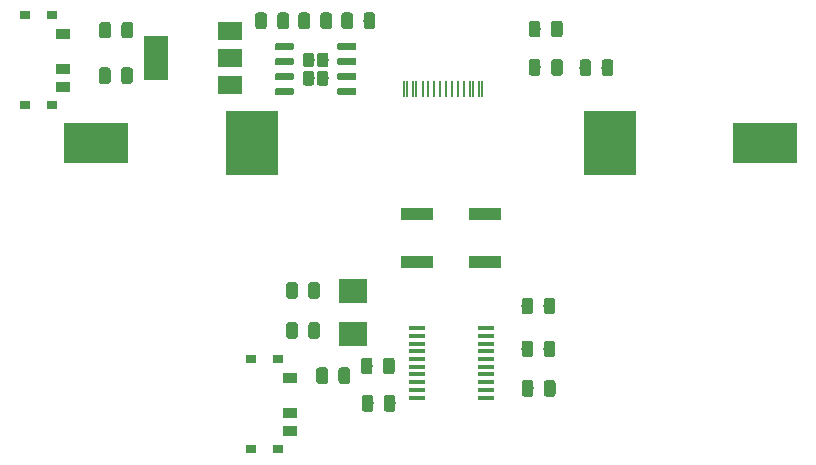
<source format=gbr>
G04 #@! TF.GenerationSoftware,KiCad,Pcbnew,5.1.2*
G04 #@! TF.CreationDate,2019-06-25T21:59:29-05:00*
G04 #@! TF.ProjectId,STM32F030Minimal,53544d33-3246-4303-9330-4d696e696d61,rev?*
G04 #@! TF.SameCoordinates,Original*
G04 #@! TF.FileFunction,Paste,Top*
G04 #@! TF.FilePolarity,Positive*
%FSLAX46Y46*%
G04 Gerber Fmt 4.6, Leading zero omitted, Abs format (unit mm)*
G04 Created by KiCad (PCBNEW 5.1.2) date 2019-06-25 21:59:29*
%MOMM*%
%LPD*%
G04 APERTURE LIST*
%ADD10R,0.250000X1.400000*%
%ADD11R,5.500000X3.500000*%
%ADD12R,4.500000X5.500000*%
%ADD13C,0.100000*%
%ADD14C,0.975000*%
%ADD15R,2.800000X1.000000*%
%ADD16R,0.900000X0.800000*%
%ADD17R,1.250000X0.900000*%
%ADD18R,1.450000X0.450000*%
%ADD19R,2.000000X3.800000*%
%ADD20R,2.000000X1.500000*%
%ADD21C,0.970000*%
%ADD22C,0.600000*%
%ADD23R,2.400000X2.000000*%
G04 APERTURE END LIST*
D10*
X158850000Y-43200000D03*
X159350000Y-43200000D03*
X159850000Y-43200000D03*
X158350000Y-43200000D03*
X157850000Y-43200000D03*
X160350000Y-43200000D03*
X157350000Y-43200000D03*
X160850000Y-43200000D03*
X162425000Y-43200000D03*
X162175000Y-43200000D03*
X161625000Y-43200000D03*
X161375000Y-43200000D03*
X156825000Y-43200000D03*
X156575000Y-43200000D03*
X156025000Y-43200000D03*
X155775000Y-43200000D03*
D11*
X129725000Y-47775000D03*
X186325000Y-47775000D03*
D12*
X142900000Y-47800000D03*
X173200000Y-47800000D03*
D13*
G36*
X148442642Y-59576174D02*
G01*
X148466303Y-59579684D01*
X148489507Y-59585496D01*
X148512029Y-59593554D01*
X148533653Y-59603782D01*
X148554170Y-59616079D01*
X148573383Y-59630329D01*
X148591107Y-59646393D01*
X148607171Y-59664117D01*
X148621421Y-59683330D01*
X148633718Y-59703847D01*
X148643946Y-59725471D01*
X148652004Y-59747993D01*
X148657816Y-59771197D01*
X148661326Y-59794858D01*
X148662500Y-59818750D01*
X148662500Y-60731250D01*
X148661326Y-60755142D01*
X148657816Y-60778803D01*
X148652004Y-60802007D01*
X148643946Y-60824529D01*
X148633718Y-60846153D01*
X148621421Y-60866670D01*
X148607171Y-60885883D01*
X148591107Y-60903607D01*
X148573383Y-60919671D01*
X148554170Y-60933921D01*
X148533653Y-60946218D01*
X148512029Y-60956446D01*
X148489507Y-60964504D01*
X148466303Y-60970316D01*
X148442642Y-60973826D01*
X148418750Y-60975000D01*
X147931250Y-60975000D01*
X147907358Y-60973826D01*
X147883697Y-60970316D01*
X147860493Y-60964504D01*
X147837971Y-60956446D01*
X147816347Y-60946218D01*
X147795830Y-60933921D01*
X147776617Y-60919671D01*
X147758893Y-60903607D01*
X147742829Y-60885883D01*
X147728579Y-60866670D01*
X147716282Y-60846153D01*
X147706054Y-60824529D01*
X147697996Y-60802007D01*
X147692184Y-60778803D01*
X147688674Y-60755142D01*
X147687500Y-60731250D01*
X147687500Y-59818750D01*
X147688674Y-59794858D01*
X147692184Y-59771197D01*
X147697996Y-59747993D01*
X147706054Y-59725471D01*
X147716282Y-59703847D01*
X147728579Y-59683330D01*
X147742829Y-59664117D01*
X147758893Y-59646393D01*
X147776617Y-59630329D01*
X147795830Y-59616079D01*
X147816347Y-59603782D01*
X147837971Y-59593554D01*
X147860493Y-59585496D01*
X147883697Y-59579684D01*
X147907358Y-59576174D01*
X147931250Y-59575000D01*
X148418750Y-59575000D01*
X148442642Y-59576174D01*
X148442642Y-59576174D01*
G37*
D14*
X148175000Y-60275000D03*
D13*
G36*
X146567642Y-59576174D02*
G01*
X146591303Y-59579684D01*
X146614507Y-59585496D01*
X146637029Y-59593554D01*
X146658653Y-59603782D01*
X146679170Y-59616079D01*
X146698383Y-59630329D01*
X146716107Y-59646393D01*
X146732171Y-59664117D01*
X146746421Y-59683330D01*
X146758718Y-59703847D01*
X146768946Y-59725471D01*
X146777004Y-59747993D01*
X146782816Y-59771197D01*
X146786326Y-59794858D01*
X146787500Y-59818750D01*
X146787500Y-60731250D01*
X146786326Y-60755142D01*
X146782816Y-60778803D01*
X146777004Y-60802007D01*
X146768946Y-60824529D01*
X146758718Y-60846153D01*
X146746421Y-60866670D01*
X146732171Y-60885883D01*
X146716107Y-60903607D01*
X146698383Y-60919671D01*
X146679170Y-60933921D01*
X146658653Y-60946218D01*
X146637029Y-60956446D01*
X146614507Y-60964504D01*
X146591303Y-60970316D01*
X146567642Y-60973826D01*
X146543750Y-60975000D01*
X146056250Y-60975000D01*
X146032358Y-60973826D01*
X146008697Y-60970316D01*
X145985493Y-60964504D01*
X145962971Y-60956446D01*
X145941347Y-60946218D01*
X145920830Y-60933921D01*
X145901617Y-60919671D01*
X145883893Y-60903607D01*
X145867829Y-60885883D01*
X145853579Y-60866670D01*
X145841282Y-60846153D01*
X145831054Y-60824529D01*
X145822996Y-60802007D01*
X145817184Y-60778803D01*
X145813674Y-60755142D01*
X145812500Y-60731250D01*
X145812500Y-59818750D01*
X145813674Y-59794858D01*
X145817184Y-59771197D01*
X145822996Y-59747993D01*
X145831054Y-59725471D01*
X145841282Y-59703847D01*
X145853579Y-59683330D01*
X145867829Y-59664117D01*
X145883893Y-59646393D01*
X145901617Y-59630329D01*
X145920830Y-59616079D01*
X145941347Y-59603782D01*
X145962971Y-59593554D01*
X145985493Y-59585496D01*
X146008697Y-59579684D01*
X146032358Y-59576174D01*
X146056250Y-59575000D01*
X146543750Y-59575000D01*
X146567642Y-59576174D01*
X146567642Y-59576174D01*
G37*
D14*
X146300000Y-60275000D03*
D13*
G36*
X146567642Y-62976174D02*
G01*
X146591303Y-62979684D01*
X146614507Y-62985496D01*
X146637029Y-62993554D01*
X146658653Y-63003782D01*
X146679170Y-63016079D01*
X146698383Y-63030329D01*
X146716107Y-63046393D01*
X146732171Y-63064117D01*
X146746421Y-63083330D01*
X146758718Y-63103847D01*
X146768946Y-63125471D01*
X146777004Y-63147993D01*
X146782816Y-63171197D01*
X146786326Y-63194858D01*
X146787500Y-63218750D01*
X146787500Y-64131250D01*
X146786326Y-64155142D01*
X146782816Y-64178803D01*
X146777004Y-64202007D01*
X146768946Y-64224529D01*
X146758718Y-64246153D01*
X146746421Y-64266670D01*
X146732171Y-64285883D01*
X146716107Y-64303607D01*
X146698383Y-64319671D01*
X146679170Y-64333921D01*
X146658653Y-64346218D01*
X146637029Y-64356446D01*
X146614507Y-64364504D01*
X146591303Y-64370316D01*
X146567642Y-64373826D01*
X146543750Y-64375000D01*
X146056250Y-64375000D01*
X146032358Y-64373826D01*
X146008697Y-64370316D01*
X145985493Y-64364504D01*
X145962971Y-64356446D01*
X145941347Y-64346218D01*
X145920830Y-64333921D01*
X145901617Y-64319671D01*
X145883893Y-64303607D01*
X145867829Y-64285883D01*
X145853579Y-64266670D01*
X145841282Y-64246153D01*
X145831054Y-64224529D01*
X145822996Y-64202007D01*
X145817184Y-64178803D01*
X145813674Y-64155142D01*
X145812500Y-64131250D01*
X145812500Y-63218750D01*
X145813674Y-63194858D01*
X145817184Y-63171197D01*
X145822996Y-63147993D01*
X145831054Y-63125471D01*
X145841282Y-63103847D01*
X145853579Y-63083330D01*
X145867829Y-63064117D01*
X145883893Y-63046393D01*
X145901617Y-63030329D01*
X145920830Y-63016079D01*
X145941347Y-63003782D01*
X145962971Y-62993554D01*
X145985493Y-62985496D01*
X146008697Y-62979684D01*
X146032358Y-62976174D01*
X146056250Y-62975000D01*
X146543750Y-62975000D01*
X146567642Y-62976174D01*
X146567642Y-62976174D01*
G37*
D14*
X146300000Y-63675000D03*
D13*
G36*
X148442642Y-62976174D02*
G01*
X148466303Y-62979684D01*
X148489507Y-62985496D01*
X148512029Y-62993554D01*
X148533653Y-63003782D01*
X148554170Y-63016079D01*
X148573383Y-63030329D01*
X148591107Y-63046393D01*
X148607171Y-63064117D01*
X148621421Y-63083330D01*
X148633718Y-63103847D01*
X148643946Y-63125471D01*
X148652004Y-63147993D01*
X148657816Y-63171197D01*
X148661326Y-63194858D01*
X148662500Y-63218750D01*
X148662500Y-64131250D01*
X148661326Y-64155142D01*
X148657816Y-64178803D01*
X148652004Y-64202007D01*
X148643946Y-64224529D01*
X148633718Y-64246153D01*
X148621421Y-64266670D01*
X148607171Y-64285883D01*
X148591107Y-64303607D01*
X148573383Y-64319671D01*
X148554170Y-64333921D01*
X148533653Y-64346218D01*
X148512029Y-64356446D01*
X148489507Y-64364504D01*
X148466303Y-64370316D01*
X148442642Y-64373826D01*
X148418750Y-64375000D01*
X147931250Y-64375000D01*
X147907358Y-64373826D01*
X147883697Y-64370316D01*
X147860493Y-64364504D01*
X147837971Y-64356446D01*
X147816347Y-64346218D01*
X147795830Y-64333921D01*
X147776617Y-64319671D01*
X147758893Y-64303607D01*
X147742829Y-64285883D01*
X147728579Y-64266670D01*
X147716282Y-64246153D01*
X147706054Y-64224529D01*
X147697996Y-64202007D01*
X147692184Y-64178803D01*
X147688674Y-64155142D01*
X147687500Y-64131250D01*
X147687500Y-63218750D01*
X147688674Y-63194858D01*
X147692184Y-63171197D01*
X147697996Y-63147993D01*
X147706054Y-63125471D01*
X147716282Y-63103847D01*
X147728579Y-63083330D01*
X147742829Y-63064117D01*
X147758893Y-63046393D01*
X147776617Y-63030329D01*
X147795830Y-63016079D01*
X147816347Y-63003782D01*
X147837971Y-62993554D01*
X147860493Y-62985496D01*
X147883697Y-62979684D01*
X147907358Y-62976174D01*
X147931250Y-62975000D01*
X148418750Y-62975000D01*
X148442642Y-62976174D01*
X148442642Y-62976174D01*
G37*
D14*
X148175000Y-63675000D03*
D13*
G36*
X168367642Y-60901174D02*
G01*
X168391303Y-60904684D01*
X168414507Y-60910496D01*
X168437029Y-60918554D01*
X168458653Y-60928782D01*
X168479170Y-60941079D01*
X168498383Y-60955329D01*
X168516107Y-60971393D01*
X168532171Y-60989117D01*
X168546421Y-61008330D01*
X168558718Y-61028847D01*
X168568946Y-61050471D01*
X168577004Y-61072993D01*
X168582816Y-61096197D01*
X168586326Y-61119858D01*
X168587500Y-61143750D01*
X168587500Y-62056250D01*
X168586326Y-62080142D01*
X168582816Y-62103803D01*
X168577004Y-62127007D01*
X168568946Y-62149529D01*
X168558718Y-62171153D01*
X168546421Y-62191670D01*
X168532171Y-62210883D01*
X168516107Y-62228607D01*
X168498383Y-62244671D01*
X168479170Y-62258921D01*
X168458653Y-62271218D01*
X168437029Y-62281446D01*
X168414507Y-62289504D01*
X168391303Y-62295316D01*
X168367642Y-62298826D01*
X168343750Y-62300000D01*
X167856250Y-62300000D01*
X167832358Y-62298826D01*
X167808697Y-62295316D01*
X167785493Y-62289504D01*
X167762971Y-62281446D01*
X167741347Y-62271218D01*
X167720830Y-62258921D01*
X167701617Y-62244671D01*
X167683893Y-62228607D01*
X167667829Y-62210883D01*
X167653579Y-62191670D01*
X167641282Y-62171153D01*
X167631054Y-62149529D01*
X167622996Y-62127007D01*
X167617184Y-62103803D01*
X167613674Y-62080142D01*
X167612500Y-62056250D01*
X167612500Y-61143750D01*
X167613674Y-61119858D01*
X167617184Y-61096197D01*
X167622996Y-61072993D01*
X167631054Y-61050471D01*
X167641282Y-61028847D01*
X167653579Y-61008330D01*
X167667829Y-60989117D01*
X167683893Y-60971393D01*
X167701617Y-60955329D01*
X167720830Y-60941079D01*
X167741347Y-60928782D01*
X167762971Y-60918554D01*
X167785493Y-60910496D01*
X167808697Y-60904684D01*
X167832358Y-60901174D01*
X167856250Y-60900000D01*
X168343750Y-60900000D01*
X168367642Y-60901174D01*
X168367642Y-60901174D01*
G37*
D14*
X168100000Y-61600000D03*
D13*
G36*
X166492642Y-60901174D02*
G01*
X166516303Y-60904684D01*
X166539507Y-60910496D01*
X166562029Y-60918554D01*
X166583653Y-60928782D01*
X166604170Y-60941079D01*
X166623383Y-60955329D01*
X166641107Y-60971393D01*
X166657171Y-60989117D01*
X166671421Y-61008330D01*
X166683718Y-61028847D01*
X166693946Y-61050471D01*
X166702004Y-61072993D01*
X166707816Y-61096197D01*
X166711326Y-61119858D01*
X166712500Y-61143750D01*
X166712500Y-62056250D01*
X166711326Y-62080142D01*
X166707816Y-62103803D01*
X166702004Y-62127007D01*
X166693946Y-62149529D01*
X166683718Y-62171153D01*
X166671421Y-62191670D01*
X166657171Y-62210883D01*
X166641107Y-62228607D01*
X166623383Y-62244671D01*
X166604170Y-62258921D01*
X166583653Y-62271218D01*
X166562029Y-62281446D01*
X166539507Y-62289504D01*
X166516303Y-62295316D01*
X166492642Y-62298826D01*
X166468750Y-62300000D01*
X165981250Y-62300000D01*
X165957358Y-62298826D01*
X165933697Y-62295316D01*
X165910493Y-62289504D01*
X165887971Y-62281446D01*
X165866347Y-62271218D01*
X165845830Y-62258921D01*
X165826617Y-62244671D01*
X165808893Y-62228607D01*
X165792829Y-62210883D01*
X165778579Y-62191670D01*
X165766282Y-62171153D01*
X165756054Y-62149529D01*
X165747996Y-62127007D01*
X165742184Y-62103803D01*
X165738674Y-62080142D01*
X165737500Y-62056250D01*
X165737500Y-61143750D01*
X165738674Y-61119858D01*
X165742184Y-61096197D01*
X165747996Y-61072993D01*
X165756054Y-61050471D01*
X165766282Y-61028847D01*
X165778579Y-61008330D01*
X165792829Y-60989117D01*
X165808893Y-60971393D01*
X165826617Y-60955329D01*
X165845830Y-60941079D01*
X165866347Y-60928782D01*
X165887971Y-60918554D01*
X165910493Y-60910496D01*
X165933697Y-60904684D01*
X165957358Y-60901174D01*
X165981250Y-60900000D01*
X166468750Y-60900000D01*
X166492642Y-60901174D01*
X166492642Y-60901174D01*
G37*
D14*
X166225000Y-61600000D03*
D13*
G36*
X166492642Y-64526174D02*
G01*
X166516303Y-64529684D01*
X166539507Y-64535496D01*
X166562029Y-64543554D01*
X166583653Y-64553782D01*
X166604170Y-64566079D01*
X166623383Y-64580329D01*
X166641107Y-64596393D01*
X166657171Y-64614117D01*
X166671421Y-64633330D01*
X166683718Y-64653847D01*
X166693946Y-64675471D01*
X166702004Y-64697993D01*
X166707816Y-64721197D01*
X166711326Y-64744858D01*
X166712500Y-64768750D01*
X166712500Y-65681250D01*
X166711326Y-65705142D01*
X166707816Y-65728803D01*
X166702004Y-65752007D01*
X166693946Y-65774529D01*
X166683718Y-65796153D01*
X166671421Y-65816670D01*
X166657171Y-65835883D01*
X166641107Y-65853607D01*
X166623383Y-65869671D01*
X166604170Y-65883921D01*
X166583653Y-65896218D01*
X166562029Y-65906446D01*
X166539507Y-65914504D01*
X166516303Y-65920316D01*
X166492642Y-65923826D01*
X166468750Y-65925000D01*
X165981250Y-65925000D01*
X165957358Y-65923826D01*
X165933697Y-65920316D01*
X165910493Y-65914504D01*
X165887971Y-65906446D01*
X165866347Y-65896218D01*
X165845830Y-65883921D01*
X165826617Y-65869671D01*
X165808893Y-65853607D01*
X165792829Y-65835883D01*
X165778579Y-65816670D01*
X165766282Y-65796153D01*
X165756054Y-65774529D01*
X165747996Y-65752007D01*
X165742184Y-65728803D01*
X165738674Y-65705142D01*
X165737500Y-65681250D01*
X165737500Y-64768750D01*
X165738674Y-64744858D01*
X165742184Y-64721197D01*
X165747996Y-64697993D01*
X165756054Y-64675471D01*
X165766282Y-64653847D01*
X165778579Y-64633330D01*
X165792829Y-64614117D01*
X165808893Y-64596393D01*
X165826617Y-64580329D01*
X165845830Y-64566079D01*
X165866347Y-64553782D01*
X165887971Y-64543554D01*
X165910493Y-64535496D01*
X165933697Y-64529684D01*
X165957358Y-64526174D01*
X165981250Y-64525000D01*
X166468750Y-64525000D01*
X166492642Y-64526174D01*
X166492642Y-64526174D01*
G37*
D14*
X166225000Y-65225000D03*
D13*
G36*
X168367642Y-64526174D02*
G01*
X168391303Y-64529684D01*
X168414507Y-64535496D01*
X168437029Y-64543554D01*
X168458653Y-64553782D01*
X168479170Y-64566079D01*
X168498383Y-64580329D01*
X168516107Y-64596393D01*
X168532171Y-64614117D01*
X168546421Y-64633330D01*
X168558718Y-64653847D01*
X168568946Y-64675471D01*
X168577004Y-64697993D01*
X168582816Y-64721197D01*
X168586326Y-64744858D01*
X168587500Y-64768750D01*
X168587500Y-65681250D01*
X168586326Y-65705142D01*
X168582816Y-65728803D01*
X168577004Y-65752007D01*
X168568946Y-65774529D01*
X168558718Y-65796153D01*
X168546421Y-65816670D01*
X168532171Y-65835883D01*
X168516107Y-65853607D01*
X168498383Y-65869671D01*
X168479170Y-65883921D01*
X168458653Y-65896218D01*
X168437029Y-65906446D01*
X168414507Y-65914504D01*
X168391303Y-65920316D01*
X168367642Y-65923826D01*
X168343750Y-65925000D01*
X167856250Y-65925000D01*
X167832358Y-65923826D01*
X167808697Y-65920316D01*
X167785493Y-65914504D01*
X167762971Y-65906446D01*
X167741347Y-65896218D01*
X167720830Y-65883921D01*
X167701617Y-65869671D01*
X167683893Y-65853607D01*
X167667829Y-65835883D01*
X167653579Y-65816670D01*
X167641282Y-65796153D01*
X167631054Y-65774529D01*
X167622996Y-65752007D01*
X167617184Y-65728803D01*
X167613674Y-65705142D01*
X167612500Y-65681250D01*
X167612500Y-64768750D01*
X167613674Y-64744858D01*
X167617184Y-64721197D01*
X167622996Y-64697993D01*
X167631054Y-64675471D01*
X167641282Y-64653847D01*
X167653579Y-64633330D01*
X167667829Y-64614117D01*
X167683893Y-64596393D01*
X167701617Y-64580329D01*
X167720830Y-64566079D01*
X167741347Y-64553782D01*
X167762971Y-64543554D01*
X167785493Y-64535496D01*
X167808697Y-64529684D01*
X167832358Y-64526174D01*
X167856250Y-64525000D01*
X168343750Y-64525000D01*
X168367642Y-64526174D01*
X168367642Y-64526174D01*
G37*
D14*
X168100000Y-65225000D03*
D13*
G36*
X166517642Y-67876174D02*
G01*
X166541303Y-67879684D01*
X166564507Y-67885496D01*
X166587029Y-67893554D01*
X166608653Y-67903782D01*
X166629170Y-67916079D01*
X166648383Y-67930329D01*
X166666107Y-67946393D01*
X166682171Y-67964117D01*
X166696421Y-67983330D01*
X166708718Y-68003847D01*
X166718946Y-68025471D01*
X166727004Y-68047993D01*
X166732816Y-68071197D01*
X166736326Y-68094858D01*
X166737500Y-68118750D01*
X166737500Y-69031250D01*
X166736326Y-69055142D01*
X166732816Y-69078803D01*
X166727004Y-69102007D01*
X166718946Y-69124529D01*
X166708718Y-69146153D01*
X166696421Y-69166670D01*
X166682171Y-69185883D01*
X166666107Y-69203607D01*
X166648383Y-69219671D01*
X166629170Y-69233921D01*
X166608653Y-69246218D01*
X166587029Y-69256446D01*
X166564507Y-69264504D01*
X166541303Y-69270316D01*
X166517642Y-69273826D01*
X166493750Y-69275000D01*
X166006250Y-69275000D01*
X165982358Y-69273826D01*
X165958697Y-69270316D01*
X165935493Y-69264504D01*
X165912971Y-69256446D01*
X165891347Y-69246218D01*
X165870830Y-69233921D01*
X165851617Y-69219671D01*
X165833893Y-69203607D01*
X165817829Y-69185883D01*
X165803579Y-69166670D01*
X165791282Y-69146153D01*
X165781054Y-69124529D01*
X165772996Y-69102007D01*
X165767184Y-69078803D01*
X165763674Y-69055142D01*
X165762500Y-69031250D01*
X165762500Y-68118750D01*
X165763674Y-68094858D01*
X165767184Y-68071197D01*
X165772996Y-68047993D01*
X165781054Y-68025471D01*
X165791282Y-68003847D01*
X165803579Y-67983330D01*
X165817829Y-67964117D01*
X165833893Y-67946393D01*
X165851617Y-67930329D01*
X165870830Y-67916079D01*
X165891347Y-67903782D01*
X165912971Y-67893554D01*
X165935493Y-67885496D01*
X165958697Y-67879684D01*
X165982358Y-67876174D01*
X166006250Y-67875000D01*
X166493750Y-67875000D01*
X166517642Y-67876174D01*
X166517642Y-67876174D01*
G37*
D14*
X166250000Y-68575000D03*
D13*
G36*
X168392642Y-67876174D02*
G01*
X168416303Y-67879684D01*
X168439507Y-67885496D01*
X168462029Y-67893554D01*
X168483653Y-67903782D01*
X168504170Y-67916079D01*
X168523383Y-67930329D01*
X168541107Y-67946393D01*
X168557171Y-67964117D01*
X168571421Y-67983330D01*
X168583718Y-68003847D01*
X168593946Y-68025471D01*
X168602004Y-68047993D01*
X168607816Y-68071197D01*
X168611326Y-68094858D01*
X168612500Y-68118750D01*
X168612500Y-69031250D01*
X168611326Y-69055142D01*
X168607816Y-69078803D01*
X168602004Y-69102007D01*
X168593946Y-69124529D01*
X168583718Y-69146153D01*
X168571421Y-69166670D01*
X168557171Y-69185883D01*
X168541107Y-69203607D01*
X168523383Y-69219671D01*
X168504170Y-69233921D01*
X168483653Y-69246218D01*
X168462029Y-69256446D01*
X168439507Y-69264504D01*
X168416303Y-69270316D01*
X168392642Y-69273826D01*
X168368750Y-69275000D01*
X167881250Y-69275000D01*
X167857358Y-69273826D01*
X167833697Y-69270316D01*
X167810493Y-69264504D01*
X167787971Y-69256446D01*
X167766347Y-69246218D01*
X167745830Y-69233921D01*
X167726617Y-69219671D01*
X167708893Y-69203607D01*
X167692829Y-69185883D01*
X167678579Y-69166670D01*
X167666282Y-69146153D01*
X167656054Y-69124529D01*
X167647996Y-69102007D01*
X167642184Y-69078803D01*
X167638674Y-69055142D01*
X167637500Y-69031250D01*
X167637500Y-68118750D01*
X167638674Y-68094858D01*
X167642184Y-68071197D01*
X167647996Y-68047993D01*
X167656054Y-68025471D01*
X167666282Y-68003847D01*
X167678579Y-67983330D01*
X167692829Y-67964117D01*
X167708893Y-67946393D01*
X167726617Y-67930329D01*
X167745830Y-67916079D01*
X167766347Y-67903782D01*
X167787971Y-67893554D01*
X167810493Y-67885496D01*
X167833697Y-67879684D01*
X167857358Y-67876174D01*
X167881250Y-67875000D01*
X168368750Y-67875000D01*
X168392642Y-67876174D01*
X168392642Y-67876174D01*
G37*
D14*
X168125000Y-68575000D03*
D13*
G36*
X154842642Y-69151174D02*
G01*
X154866303Y-69154684D01*
X154889507Y-69160496D01*
X154912029Y-69168554D01*
X154933653Y-69178782D01*
X154954170Y-69191079D01*
X154973383Y-69205329D01*
X154991107Y-69221393D01*
X155007171Y-69239117D01*
X155021421Y-69258330D01*
X155033718Y-69278847D01*
X155043946Y-69300471D01*
X155052004Y-69322993D01*
X155057816Y-69346197D01*
X155061326Y-69369858D01*
X155062500Y-69393750D01*
X155062500Y-70306250D01*
X155061326Y-70330142D01*
X155057816Y-70353803D01*
X155052004Y-70377007D01*
X155043946Y-70399529D01*
X155033718Y-70421153D01*
X155021421Y-70441670D01*
X155007171Y-70460883D01*
X154991107Y-70478607D01*
X154973383Y-70494671D01*
X154954170Y-70508921D01*
X154933653Y-70521218D01*
X154912029Y-70531446D01*
X154889507Y-70539504D01*
X154866303Y-70545316D01*
X154842642Y-70548826D01*
X154818750Y-70550000D01*
X154331250Y-70550000D01*
X154307358Y-70548826D01*
X154283697Y-70545316D01*
X154260493Y-70539504D01*
X154237971Y-70531446D01*
X154216347Y-70521218D01*
X154195830Y-70508921D01*
X154176617Y-70494671D01*
X154158893Y-70478607D01*
X154142829Y-70460883D01*
X154128579Y-70441670D01*
X154116282Y-70421153D01*
X154106054Y-70399529D01*
X154097996Y-70377007D01*
X154092184Y-70353803D01*
X154088674Y-70330142D01*
X154087500Y-70306250D01*
X154087500Y-69393750D01*
X154088674Y-69369858D01*
X154092184Y-69346197D01*
X154097996Y-69322993D01*
X154106054Y-69300471D01*
X154116282Y-69278847D01*
X154128579Y-69258330D01*
X154142829Y-69239117D01*
X154158893Y-69221393D01*
X154176617Y-69205329D01*
X154195830Y-69191079D01*
X154216347Y-69178782D01*
X154237971Y-69168554D01*
X154260493Y-69160496D01*
X154283697Y-69154684D01*
X154307358Y-69151174D01*
X154331250Y-69150000D01*
X154818750Y-69150000D01*
X154842642Y-69151174D01*
X154842642Y-69151174D01*
G37*
D14*
X154575000Y-69850000D03*
D13*
G36*
X152967642Y-69151174D02*
G01*
X152991303Y-69154684D01*
X153014507Y-69160496D01*
X153037029Y-69168554D01*
X153058653Y-69178782D01*
X153079170Y-69191079D01*
X153098383Y-69205329D01*
X153116107Y-69221393D01*
X153132171Y-69239117D01*
X153146421Y-69258330D01*
X153158718Y-69278847D01*
X153168946Y-69300471D01*
X153177004Y-69322993D01*
X153182816Y-69346197D01*
X153186326Y-69369858D01*
X153187500Y-69393750D01*
X153187500Y-70306250D01*
X153186326Y-70330142D01*
X153182816Y-70353803D01*
X153177004Y-70377007D01*
X153168946Y-70399529D01*
X153158718Y-70421153D01*
X153146421Y-70441670D01*
X153132171Y-70460883D01*
X153116107Y-70478607D01*
X153098383Y-70494671D01*
X153079170Y-70508921D01*
X153058653Y-70521218D01*
X153037029Y-70531446D01*
X153014507Y-70539504D01*
X152991303Y-70545316D01*
X152967642Y-70548826D01*
X152943750Y-70550000D01*
X152456250Y-70550000D01*
X152432358Y-70548826D01*
X152408697Y-70545316D01*
X152385493Y-70539504D01*
X152362971Y-70531446D01*
X152341347Y-70521218D01*
X152320830Y-70508921D01*
X152301617Y-70494671D01*
X152283893Y-70478607D01*
X152267829Y-70460883D01*
X152253579Y-70441670D01*
X152241282Y-70421153D01*
X152231054Y-70399529D01*
X152222996Y-70377007D01*
X152217184Y-70353803D01*
X152213674Y-70330142D01*
X152212500Y-70306250D01*
X152212500Y-69393750D01*
X152213674Y-69369858D01*
X152217184Y-69346197D01*
X152222996Y-69322993D01*
X152231054Y-69300471D01*
X152241282Y-69278847D01*
X152253579Y-69258330D01*
X152267829Y-69239117D01*
X152283893Y-69221393D01*
X152301617Y-69205329D01*
X152320830Y-69191079D01*
X152341347Y-69178782D01*
X152362971Y-69168554D01*
X152385493Y-69160496D01*
X152408697Y-69154684D01*
X152432358Y-69151174D01*
X152456250Y-69150000D01*
X152943750Y-69150000D01*
X152967642Y-69151174D01*
X152967642Y-69151174D01*
G37*
D14*
X152700000Y-69850000D03*
D13*
G36*
X152892642Y-65976174D02*
G01*
X152916303Y-65979684D01*
X152939507Y-65985496D01*
X152962029Y-65993554D01*
X152983653Y-66003782D01*
X153004170Y-66016079D01*
X153023383Y-66030329D01*
X153041107Y-66046393D01*
X153057171Y-66064117D01*
X153071421Y-66083330D01*
X153083718Y-66103847D01*
X153093946Y-66125471D01*
X153102004Y-66147993D01*
X153107816Y-66171197D01*
X153111326Y-66194858D01*
X153112500Y-66218750D01*
X153112500Y-67131250D01*
X153111326Y-67155142D01*
X153107816Y-67178803D01*
X153102004Y-67202007D01*
X153093946Y-67224529D01*
X153083718Y-67246153D01*
X153071421Y-67266670D01*
X153057171Y-67285883D01*
X153041107Y-67303607D01*
X153023383Y-67319671D01*
X153004170Y-67333921D01*
X152983653Y-67346218D01*
X152962029Y-67356446D01*
X152939507Y-67364504D01*
X152916303Y-67370316D01*
X152892642Y-67373826D01*
X152868750Y-67375000D01*
X152381250Y-67375000D01*
X152357358Y-67373826D01*
X152333697Y-67370316D01*
X152310493Y-67364504D01*
X152287971Y-67356446D01*
X152266347Y-67346218D01*
X152245830Y-67333921D01*
X152226617Y-67319671D01*
X152208893Y-67303607D01*
X152192829Y-67285883D01*
X152178579Y-67266670D01*
X152166282Y-67246153D01*
X152156054Y-67224529D01*
X152147996Y-67202007D01*
X152142184Y-67178803D01*
X152138674Y-67155142D01*
X152137500Y-67131250D01*
X152137500Y-66218750D01*
X152138674Y-66194858D01*
X152142184Y-66171197D01*
X152147996Y-66147993D01*
X152156054Y-66125471D01*
X152166282Y-66103847D01*
X152178579Y-66083330D01*
X152192829Y-66064117D01*
X152208893Y-66046393D01*
X152226617Y-66030329D01*
X152245830Y-66016079D01*
X152266347Y-66003782D01*
X152287971Y-65993554D01*
X152310493Y-65985496D01*
X152333697Y-65979684D01*
X152357358Y-65976174D01*
X152381250Y-65975000D01*
X152868750Y-65975000D01*
X152892642Y-65976174D01*
X152892642Y-65976174D01*
G37*
D14*
X152625000Y-66675000D03*
D13*
G36*
X154767642Y-65976174D02*
G01*
X154791303Y-65979684D01*
X154814507Y-65985496D01*
X154837029Y-65993554D01*
X154858653Y-66003782D01*
X154879170Y-66016079D01*
X154898383Y-66030329D01*
X154916107Y-66046393D01*
X154932171Y-66064117D01*
X154946421Y-66083330D01*
X154958718Y-66103847D01*
X154968946Y-66125471D01*
X154977004Y-66147993D01*
X154982816Y-66171197D01*
X154986326Y-66194858D01*
X154987500Y-66218750D01*
X154987500Y-67131250D01*
X154986326Y-67155142D01*
X154982816Y-67178803D01*
X154977004Y-67202007D01*
X154968946Y-67224529D01*
X154958718Y-67246153D01*
X154946421Y-67266670D01*
X154932171Y-67285883D01*
X154916107Y-67303607D01*
X154898383Y-67319671D01*
X154879170Y-67333921D01*
X154858653Y-67346218D01*
X154837029Y-67356446D01*
X154814507Y-67364504D01*
X154791303Y-67370316D01*
X154767642Y-67373826D01*
X154743750Y-67375000D01*
X154256250Y-67375000D01*
X154232358Y-67373826D01*
X154208697Y-67370316D01*
X154185493Y-67364504D01*
X154162971Y-67356446D01*
X154141347Y-67346218D01*
X154120830Y-67333921D01*
X154101617Y-67319671D01*
X154083893Y-67303607D01*
X154067829Y-67285883D01*
X154053579Y-67266670D01*
X154041282Y-67246153D01*
X154031054Y-67224529D01*
X154022996Y-67202007D01*
X154017184Y-67178803D01*
X154013674Y-67155142D01*
X154012500Y-67131250D01*
X154012500Y-66218750D01*
X154013674Y-66194858D01*
X154017184Y-66171197D01*
X154022996Y-66147993D01*
X154031054Y-66125471D01*
X154041282Y-66103847D01*
X154053579Y-66083330D01*
X154067829Y-66064117D01*
X154083893Y-66046393D01*
X154101617Y-66030329D01*
X154120830Y-66016079D01*
X154141347Y-66003782D01*
X154162971Y-65993554D01*
X154185493Y-65985496D01*
X154208697Y-65979684D01*
X154232358Y-65976174D01*
X154256250Y-65975000D01*
X154743750Y-65975000D01*
X154767642Y-65976174D01*
X154767642Y-65976174D01*
G37*
D14*
X154500000Y-66675000D03*
D13*
G36*
X153117642Y-36751174D02*
G01*
X153141303Y-36754684D01*
X153164507Y-36760496D01*
X153187029Y-36768554D01*
X153208653Y-36778782D01*
X153229170Y-36791079D01*
X153248383Y-36805329D01*
X153266107Y-36821393D01*
X153282171Y-36839117D01*
X153296421Y-36858330D01*
X153308718Y-36878847D01*
X153318946Y-36900471D01*
X153327004Y-36922993D01*
X153332816Y-36946197D01*
X153336326Y-36969858D01*
X153337500Y-36993750D01*
X153337500Y-37906250D01*
X153336326Y-37930142D01*
X153332816Y-37953803D01*
X153327004Y-37977007D01*
X153318946Y-37999529D01*
X153308718Y-38021153D01*
X153296421Y-38041670D01*
X153282171Y-38060883D01*
X153266107Y-38078607D01*
X153248383Y-38094671D01*
X153229170Y-38108921D01*
X153208653Y-38121218D01*
X153187029Y-38131446D01*
X153164507Y-38139504D01*
X153141303Y-38145316D01*
X153117642Y-38148826D01*
X153093750Y-38150000D01*
X152606250Y-38150000D01*
X152582358Y-38148826D01*
X152558697Y-38145316D01*
X152535493Y-38139504D01*
X152512971Y-38131446D01*
X152491347Y-38121218D01*
X152470830Y-38108921D01*
X152451617Y-38094671D01*
X152433893Y-38078607D01*
X152417829Y-38060883D01*
X152403579Y-38041670D01*
X152391282Y-38021153D01*
X152381054Y-37999529D01*
X152372996Y-37977007D01*
X152367184Y-37953803D01*
X152363674Y-37930142D01*
X152362500Y-37906250D01*
X152362500Y-36993750D01*
X152363674Y-36969858D01*
X152367184Y-36946197D01*
X152372996Y-36922993D01*
X152381054Y-36900471D01*
X152391282Y-36878847D01*
X152403579Y-36858330D01*
X152417829Y-36839117D01*
X152433893Y-36821393D01*
X152451617Y-36805329D01*
X152470830Y-36791079D01*
X152491347Y-36778782D01*
X152512971Y-36768554D01*
X152535493Y-36760496D01*
X152558697Y-36754684D01*
X152582358Y-36751174D01*
X152606250Y-36750000D01*
X153093750Y-36750000D01*
X153117642Y-36751174D01*
X153117642Y-36751174D01*
G37*
D14*
X152850000Y-37450000D03*
D13*
G36*
X151242642Y-36751174D02*
G01*
X151266303Y-36754684D01*
X151289507Y-36760496D01*
X151312029Y-36768554D01*
X151333653Y-36778782D01*
X151354170Y-36791079D01*
X151373383Y-36805329D01*
X151391107Y-36821393D01*
X151407171Y-36839117D01*
X151421421Y-36858330D01*
X151433718Y-36878847D01*
X151443946Y-36900471D01*
X151452004Y-36922993D01*
X151457816Y-36946197D01*
X151461326Y-36969858D01*
X151462500Y-36993750D01*
X151462500Y-37906250D01*
X151461326Y-37930142D01*
X151457816Y-37953803D01*
X151452004Y-37977007D01*
X151443946Y-37999529D01*
X151433718Y-38021153D01*
X151421421Y-38041670D01*
X151407171Y-38060883D01*
X151391107Y-38078607D01*
X151373383Y-38094671D01*
X151354170Y-38108921D01*
X151333653Y-38121218D01*
X151312029Y-38131446D01*
X151289507Y-38139504D01*
X151266303Y-38145316D01*
X151242642Y-38148826D01*
X151218750Y-38150000D01*
X150731250Y-38150000D01*
X150707358Y-38148826D01*
X150683697Y-38145316D01*
X150660493Y-38139504D01*
X150637971Y-38131446D01*
X150616347Y-38121218D01*
X150595830Y-38108921D01*
X150576617Y-38094671D01*
X150558893Y-38078607D01*
X150542829Y-38060883D01*
X150528579Y-38041670D01*
X150516282Y-38021153D01*
X150506054Y-37999529D01*
X150497996Y-37977007D01*
X150492184Y-37953803D01*
X150488674Y-37930142D01*
X150487500Y-37906250D01*
X150487500Y-36993750D01*
X150488674Y-36969858D01*
X150492184Y-36946197D01*
X150497996Y-36922993D01*
X150506054Y-36900471D01*
X150516282Y-36878847D01*
X150528579Y-36858330D01*
X150542829Y-36839117D01*
X150558893Y-36821393D01*
X150576617Y-36805329D01*
X150595830Y-36791079D01*
X150616347Y-36778782D01*
X150637971Y-36768554D01*
X150660493Y-36760496D01*
X150683697Y-36754684D01*
X150707358Y-36751174D01*
X150731250Y-36750000D01*
X151218750Y-36750000D01*
X151242642Y-36751174D01*
X151242642Y-36751174D01*
G37*
D14*
X150975000Y-37450000D03*
D13*
G36*
X143942642Y-36751174D02*
G01*
X143966303Y-36754684D01*
X143989507Y-36760496D01*
X144012029Y-36768554D01*
X144033653Y-36778782D01*
X144054170Y-36791079D01*
X144073383Y-36805329D01*
X144091107Y-36821393D01*
X144107171Y-36839117D01*
X144121421Y-36858330D01*
X144133718Y-36878847D01*
X144143946Y-36900471D01*
X144152004Y-36922993D01*
X144157816Y-36946197D01*
X144161326Y-36969858D01*
X144162500Y-36993750D01*
X144162500Y-37906250D01*
X144161326Y-37930142D01*
X144157816Y-37953803D01*
X144152004Y-37977007D01*
X144143946Y-37999529D01*
X144133718Y-38021153D01*
X144121421Y-38041670D01*
X144107171Y-38060883D01*
X144091107Y-38078607D01*
X144073383Y-38094671D01*
X144054170Y-38108921D01*
X144033653Y-38121218D01*
X144012029Y-38131446D01*
X143989507Y-38139504D01*
X143966303Y-38145316D01*
X143942642Y-38148826D01*
X143918750Y-38150000D01*
X143431250Y-38150000D01*
X143407358Y-38148826D01*
X143383697Y-38145316D01*
X143360493Y-38139504D01*
X143337971Y-38131446D01*
X143316347Y-38121218D01*
X143295830Y-38108921D01*
X143276617Y-38094671D01*
X143258893Y-38078607D01*
X143242829Y-38060883D01*
X143228579Y-38041670D01*
X143216282Y-38021153D01*
X143206054Y-37999529D01*
X143197996Y-37977007D01*
X143192184Y-37953803D01*
X143188674Y-37930142D01*
X143187500Y-37906250D01*
X143187500Y-36993750D01*
X143188674Y-36969858D01*
X143192184Y-36946197D01*
X143197996Y-36922993D01*
X143206054Y-36900471D01*
X143216282Y-36878847D01*
X143228579Y-36858330D01*
X143242829Y-36839117D01*
X143258893Y-36821393D01*
X143276617Y-36805329D01*
X143295830Y-36791079D01*
X143316347Y-36778782D01*
X143337971Y-36768554D01*
X143360493Y-36760496D01*
X143383697Y-36754684D01*
X143407358Y-36751174D01*
X143431250Y-36750000D01*
X143918750Y-36750000D01*
X143942642Y-36751174D01*
X143942642Y-36751174D01*
G37*
D14*
X143675000Y-37450000D03*
D13*
G36*
X145817642Y-36751174D02*
G01*
X145841303Y-36754684D01*
X145864507Y-36760496D01*
X145887029Y-36768554D01*
X145908653Y-36778782D01*
X145929170Y-36791079D01*
X145948383Y-36805329D01*
X145966107Y-36821393D01*
X145982171Y-36839117D01*
X145996421Y-36858330D01*
X146008718Y-36878847D01*
X146018946Y-36900471D01*
X146027004Y-36922993D01*
X146032816Y-36946197D01*
X146036326Y-36969858D01*
X146037500Y-36993750D01*
X146037500Y-37906250D01*
X146036326Y-37930142D01*
X146032816Y-37953803D01*
X146027004Y-37977007D01*
X146018946Y-37999529D01*
X146008718Y-38021153D01*
X145996421Y-38041670D01*
X145982171Y-38060883D01*
X145966107Y-38078607D01*
X145948383Y-38094671D01*
X145929170Y-38108921D01*
X145908653Y-38121218D01*
X145887029Y-38131446D01*
X145864507Y-38139504D01*
X145841303Y-38145316D01*
X145817642Y-38148826D01*
X145793750Y-38150000D01*
X145306250Y-38150000D01*
X145282358Y-38148826D01*
X145258697Y-38145316D01*
X145235493Y-38139504D01*
X145212971Y-38131446D01*
X145191347Y-38121218D01*
X145170830Y-38108921D01*
X145151617Y-38094671D01*
X145133893Y-38078607D01*
X145117829Y-38060883D01*
X145103579Y-38041670D01*
X145091282Y-38021153D01*
X145081054Y-37999529D01*
X145072996Y-37977007D01*
X145067184Y-37953803D01*
X145063674Y-37930142D01*
X145062500Y-37906250D01*
X145062500Y-36993750D01*
X145063674Y-36969858D01*
X145067184Y-36946197D01*
X145072996Y-36922993D01*
X145081054Y-36900471D01*
X145091282Y-36878847D01*
X145103579Y-36858330D01*
X145117829Y-36839117D01*
X145133893Y-36821393D01*
X145151617Y-36805329D01*
X145170830Y-36791079D01*
X145191347Y-36778782D01*
X145212971Y-36768554D01*
X145235493Y-36760496D01*
X145258697Y-36754684D01*
X145282358Y-36751174D01*
X145306250Y-36750000D01*
X145793750Y-36750000D01*
X145817642Y-36751174D01*
X145817642Y-36751174D01*
G37*
D14*
X145550000Y-37450000D03*
D13*
G36*
X132617642Y-37551174D02*
G01*
X132641303Y-37554684D01*
X132664507Y-37560496D01*
X132687029Y-37568554D01*
X132708653Y-37578782D01*
X132729170Y-37591079D01*
X132748383Y-37605329D01*
X132766107Y-37621393D01*
X132782171Y-37639117D01*
X132796421Y-37658330D01*
X132808718Y-37678847D01*
X132818946Y-37700471D01*
X132827004Y-37722993D01*
X132832816Y-37746197D01*
X132836326Y-37769858D01*
X132837500Y-37793750D01*
X132837500Y-38706250D01*
X132836326Y-38730142D01*
X132832816Y-38753803D01*
X132827004Y-38777007D01*
X132818946Y-38799529D01*
X132808718Y-38821153D01*
X132796421Y-38841670D01*
X132782171Y-38860883D01*
X132766107Y-38878607D01*
X132748383Y-38894671D01*
X132729170Y-38908921D01*
X132708653Y-38921218D01*
X132687029Y-38931446D01*
X132664507Y-38939504D01*
X132641303Y-38945316D01*
X132617642Y-38948826D01*
X132593750Y-38950000D01*
X132106250Y-38950000D01*
X132082358Y-38948826D01*
X132058697Y-38945316D01*
X132035493Y-38939504D01*
X132012971Y-38931446D01*
X131991347Y-38921218D01*
X131970830Y-38908921D01*
X131951617Y-38894671D01*
X131933893Y-38878607D01*
X131917829Y-38860883D01*
X131903579Y-38841670D01*
X131891282Y-38821153D01*
X131881054Y-38799529D01*
X131872996Y-38777007D01*
X131867184Y-38753803D01*
X131863674Y-38730142D01*
X131862500Y-38706250D01*
X131862500Y-37793750D01*
X131863674Y-37769858D01*
X131867184Y-37746197D01*
X131872996Y-37722993D01*
X131881054Y-37700471D01*
X131891282Y-37678847D01*
X131903579Y-37658330D01*
X131917829Y-37639117D01*
X131933893Y-37621393D01*
X131951617Y-37605329D01*
X131970830Y-37591079D01*
X131991347Y-37578782D01*
X132012971Y-37568554D01*
X132035493Y-37560496D01*
X132058697Y-37554684D01*
X132082358Y-37551174D01*
X132106250Y-37550000D01*
X132593750Y-37550000D01*
X132617642Y-37551174D01*
X132617642Y-37551174D01*
G37*
D14*
X132350000Y-38250000D03*
D13*
G36*
X130742642Y-37551174D02*
G01*
X130766303Y-37554684D01*
X130789507Y-37560496D01*
X130812029Y-37568554D01*
X130833653Y-37578782D01*
X130854170Y-37591079D01*
X130873383Y-37605329D01*
X130891107Y-37621393D01*
X130907171Y-37639117D01*
X130921421Y-37658330D01*
X130933718Y-37678847D01*
X130943946Y-37700471D01*
X130952004Y-37722993D01*
X130957816Y-37746197D01*
X130961326Y-37769858D01*
X130962500Y-37793750D01*
X130962500Y-38706250D01*
X130961326Y-38730142D01*
X130957816Y-38753803D01*
X130952004Y-38777007D01*
X130943946Y-38799529D01*
X130933718Y-38821153D01*
X130921421Y-38841670D01*
X130907171Y-38860883D01*
X130891107Y-38878607D01*
X130873383Y-38894671D01*
X130854170Y-38908921D01*
X130833653Y-38921218D01*
X130812029Y-38931446D01*
X130789507Y-38939504D01*
X130766303Y-38945316D01*
X130742642Y-38948826D01*
X130718750Y-38950000D01*
X130231250Y-38950000D01*
X130207358Y-38948826D01*
X130183697Y-38945316D01*
X130160493Y-38939504D01*
X130137971Y-38931446D01*
X130116347Y-38921218D01*
X130095830Y-38908921D01*
X130076617Y-38894671D01*
X130058893Y-38878607D01*
X130042829Y-38860883D01*
X130028579Y-38841670D01*
X130016282Y-38821153D01*
X130006054Y-38799529D01*
X129997996Y-38777007D01*
X129992184Y-38753803D01*
X129988674Y-38730142D01*
X129987500Y-38706250D01*
X129987500Y-37793750D01*
X129988674Y-37769858D01*
X129992184Y-37746197D01*
X129997996Y-37722993D01*
X130006054Y-37700471D01*
X130016282Y-37678847D01*
X130028579Y-37658330D01*
X130042829Y-37639117D01*
X130058893Y-37621393D01*
X130076617Y-37605329D01*
X130095830Y-37591079D01*
X130116347Y-37578782D01*
X130137971Y-37568554D01*
X130160493Y-37560496D01*
X130183697Y-37554684D01*
X130207358Y-37551174D01*
X130231250Y-37550000D01*
X130718750Y-37550000D01*
X130742642Y-37551174D01*
X130742642Y-37551174D01*
G37*
D14*
X130475000Y-38250000D03*
D13*
G36*
X130717642Y-41401174D02*
G01*
X130741303Y-41404684D01*
X130764507Y-41410496D01*
X130787029Y-41418554D01*
X130808653Y-41428782D01*
X130829170Y-41441079D01*
X130848383Y-41455329D01*
X130866107Y-41471393D01*
X130882171Y-41489117D01*
X130896421Y-41508330D01*
X130908718Y-41528847D01*
X130918946Y-41550471D01*
X130927004Y-41572993D01*
X130932816Y-41596197D01*
X130936326Y-41619858D01*
X130937500Y-41643750D01*
X130937500Y-42556250D01*
X130936326Y-42580142D01*
X130932816Y-42603803D01*
X130927004Y-42627007D01*
X130918946Y-42649529D01*
X130908718Y-42671153D01*
X130896421Y-42691670D01*
X130882171Y-42710883D01*
X130866107Y-42728607D01*
X130848383Y-42744671D01*
X130829170Y-42758921D01*
X130808653Y-42771218D01*
X130787029Y-42781446D01*
X130764507Y-42789504D01*
X130741303Y-42795316D01*
X130717642Y-42798826D01*
X130693750Y-42800000D01*
X130206250Y-42800000D01*
X130182358Y-42798826D01*
X130158697Y-42795316D01*
X130135493Y-42789504D01*
X130112971Y-42781446D01*
X130091347Y-42771218D01*
X130070830Y-42758921D01*
X130051617Y-42744671D01*
X130033893Y-42728607D01*
X130017829Y-42710883D01*
X130003579Y-42691670D01*
X129991282Y-42671153D01*
X129981054Y-42649529D01*
X129972996Y-42627007D01*
X129967184Y-42603803D01*
X129963674Y-42580142D01*
X129962500Y-42556250D01*
X129962500Y-41643750D01*
X129963674Y-41619858D01*
X129967184Y-41596197D01*
X129972996Y-41572993D01*
X129981054Y-41550471D01*
X129991282Y-41528847D01*
X130003579Y-41508330D01*
X130017829Y-41489117D01*
X130033893Y-41471393D01*
X130051617Y-41455329D01*
X130070830Y-41441079D01*
X130091347Y-41428782D01*
X130112971Y-41418554D01*
X130135493Y-41410496D01*
X130158697Y-41404684D01*
X130182358Y-41401174D01*
X130206250Y-41400000D01*
X130693750Y-41400000D01*
X130717642Y-41401174D01*
X130717642Y-41401174D01*
G37*
D14*
X130450000Y-42100000D03*
D13*
G36*
X132592642Y-41401174D02*
G01*
X132616303Y-41404684D01*
X132639507Y-41410496D01*
X132662029Y-41418554D01*
X132683653Y-41428782D01*
X132704170Y-41441079D01*
X132723383Y-41455329D01*
X132741107Y-41471393D01*
X132757171Y-41489117D01*
X132771421Y-41508330D01*
X132783718Y-41528847D01*
X132793946Y-41550471D01*
X132802004Y-41572993D01*
X132807816Y-41596197D01*
X132811326Y-41619858D01*
X132812500Y-41643750D01*
X132812500Y-42556250D01*
X132811326Y-42580142D01*
X132807816Y-42603803D01*
X132802004Y-42627007D01*
X132793946Y-42649529D01*
X132783718Y-42671153D01*
X132771421Y-42691670D01*
X132757171Y-42710883D01*
X132741107Y-42728607D01*
X132723383Y-42744671D01*
X132704170Y-42758921D01*
X132683653Y-42771218D01*
X132662029Y-42781446D01*
X132639507Y-42789504D01*
X132616303Y-42795316D01*
X132592642Y-42798826D01*
X132568750Y-42800000D01*
X132081250Y-42800000D01*
X132057358Y-42798826D01*
X132033697Y-42795316D01*
X132010493Y-42789504D01*
X131987971Y-42781446D01*
X131966347Y-42771218D01*
X131945830Y-42758921D01*
X131926617Y-42744671D01*
X131908893Y-42728607D01*
X131892829Y-42710883D01*
X131878579Y-42691670D01*
X131866282Y-42671153D01*
X131856054Y-42649529D01*
X131847996Y-42627007D01*
X131842184Y-42603803D01*
X131838674Y-42580142D01*
X131837500Y-42556250D01*
X131837500Y-41643750D01*
X131838674Y-41619858D01*
X131842184Y-41596197D01*
X131847996Y-41572993D01*
X131856054Y-41550471D01*
X131866282Y-41528847D01*
X131878579Y-41508330D01*
X131892829Y-41489117D01*
X131908893Y-41471393D01*
X131926617Y-41455329D01*
X131945830Y-41441079D01*
X131966347Y-41428782D01*
X131987971Y-41418554D01*
X132010493Y-41410496D01*
X132033697Y-41404684D01*
X132057358Y-41401174D01*
X132081250Y-41400000D01*
X132568750Y-41400000D01*
X132592642Y-41401174D01*
X132592642Y-41401174D01*
G37*
D14*
X132325000Y-42100000D03*
D13*
G36*
X167117642Y-40701174D02*
G01*
X167141303Y-40704684D01*
X167164507Y-40710496D01*
X167187029Y-40718554D01*
X167208653Y-40728782D01*
X167229170Y-40741079D01*
X167248383Y-40755329D01*
X167266107Y-40771393D01*
X167282171Y-40789117D01*
X167296421Y-40808330D01*
X167308718Y-40828847D01*
X167318946Y-40850471D01*
X167327004Y-40872993D01*
X167332816Y-40896197D01*
X167336326Y-40919858D01*
X167337500Y-40943750D01*
X167337500Y-41856250D01*
X167336326Y-41880142D01*
X167332816Y-41903803D01*
X167327004Y-41927007D01*
X167318946Y-41949529D01*
X167308718Y-41971153D01*
X167296421Y-41991670D01*
X167282171Y-42010883D01*
X167266107Y-42028607D01*
X167248383Y-42044671D01*
X167229170Y-42058921D01*
X167208653Y-42071218D01*
X167187029Y-42081446D01*
X167164507Y-42089504D01*
X167141303Y-42095316D01*
X167117642Y-42098826D01*
X167093750Y-42100000D01*
X166606250Y-42100000D01*
X166582358Y-42098826D01*
X166558697Y-42095316D01*
X166535493Y-42089504D01*
X166512971Y-42081446D01*
X166491347Y-42071218D01*
X166470830Y-42058921D01*
X166451617Y-42044671D01*
X166433893Y-42028607D01*
X166417829Y-42010883D01*
X166403579Y-41991670D01*
X166391282Y-41971153D01*
X166381054Y-41949529D01*
X166372996Y-41927007D01*
X166367184Y-41903803D01*
X166363674Y-41880142D01*
X166362500Y-41856250D01*
X166362500Y-40943750D01*
X166363674Y-40919858D01*
X166367184Y-40896197D01*
X166372996Y-40872993D01*
X166381054Y-40850471D01*
X166391282Y-40828847D01*
X166403579Y-40808330D01*
X166417829Y-40789117D01*
X166433893Y-40771393D01*
X166451617Y-40755329D01*
X166470830Y-40741079D01*
X166491347Y-40728782D01*
X166512971Y-40718554D01*
X166535493Y-40710496D01*
X166558697Y-40704684D01*
X166582358Y-40701174D01*
X166606250Y-40700000D01*
X167093750Y-40700000D01*
X167117642Y-40701174D01*
X167117642Y-40701174D01*
G37*
D14*
X166850000Y-41400000D03*
D13*
G36*
X168992642Y-40701174D02*
G01*
X169016303Y-40704684D01*
X169039507Y-40710496D01*
X169062029Y-40718554D01*
X169083653Y-40728782D01*
X169104170Y-40741079D01*
X169123383Y-40755329D01*
X169141107Y-40771393D01*
X169157171Y-40789117D01*
X169171421Y-40808330D01*
X169183718Y-40828847D01*
X169193946Y-40850471D01*
X169202004Y-40872993D01*
X169207816Y-40896197D01*
X169211326Y-40919858D01*
X169212500Y-40943750D01*
X169212500Y-41856250D01*
X169211326Y-41880142D01*
X169207816Y-41903803D01*
X169202004Y-41927007D01*
X169193946Y-41949529D01*
X169183718Y-41971153D01*
X169171421Y-41991670D01*
X169157171Y-42010883D01*
X169141107Y-42028607D01*
X169123383Y-42044671D01*
X169104170Y-42058921D01*
X169083653Y-42071218D01*
X169062029Y-42081446D01*
X169039507Y-42089504D01*
X169016303Y-42095316D01*
X168992642Y-42098826D01*
X168968750Y-42100000D01*
X168481250Y-42100000D01*
X168457358Y-42098826D01*
X168433697Y-42095316D01*
X168410493Y-42089504D01*
X168387971Y-42081446D01*
X168366347Y-42071218D01*
X168345830Y-42058921D01*
X168326617Y-42044671D01*
X168308893Y-42028607D01*
X168292829Y-42010883D01*
X168278579Y-41991670D01*
X168266282Y-41971153D01*
X168256054Y-41949529D01*
X168247996Y-41927007D01*
X168242184Y-41903803D01*
X168238674Y-41880142D01*
X168237500Y-41856250D01*
X168237500Y-40943750D01*
X168238674Y-40919858D01*
X168242184Y-40896197D01*
X168247996Y-40872993D01*
X168256054Y-40850471D01*
X168266282Y-40828847D01*
X168278579Y-40808330D01*
X168292829Y-40789117D01*
X168308893Y-40771393D01*
X168326617Y-40755329D01*
X168345830Y-40741079D01*
X168366347Y-40728782D01*
X168387971Y-40718554D01*
X168410493Y-40710496D01*
X168433697Y-40704684D01*
X168457358Y-40701174D01*
X168481250Y-40700000D01*
X168968750Y-40700000D01*
X168992642Y-40701174D01*
X168992642Y-40701174D01*
G37*
D14*
X168725000Y-41400000D03*
D13*
G36*
X168992642Y-37451174D02*
G01*
X169016303Y-37454684D01*
X169039507Y-37460496D01*
X169062029Y-37468554D01*
X169083653Y-37478782D01*
X169104170Y-37491079D01*
X169123383Y-37505329D01*
X169141107Y-37521393D01*
X169157171Y-37539117D01*
X169171421Y-37558330D01*
X169183718Y-37578847D01*
X169193946Y-37600471D01*
X169202004Y-37622993D01*
X169207816Y-37646197D01*
X169211326Y-37669858D01*
X169212500Y-37693750D01*
X169212500Y-38606250D01*
X169211326Y-38630142D01*
X169207816Y-38653803D01*
X169202004Y-38677007D01*
X169193946Y-38699529D01*
X169183718Y-38721153D01*
X169171421Y-38741670D01*
X169157171Y-38760883D01*
X169141107Y-38778607D01*
X169123383Y-38794671D01*
X169104170Y-38808921D01*
X169083653Y-38821218D01*
X169062029Y-38831446D01*
X169039507Y-38839504D01*
X169016303Y-38845316D01*
X168992642Y-38848826D01*
X168968750Y-38850000D01*
X168481250Y-38850000D01*
X168457358Y-38848826D01*
X168433697Y-38845316D01*
X168410493Y-38839504D01*
X168387971Y-38831446D01*
X168366347Y-38821218D01*
X168345830Y-38808921D01*
X168326617Y-38794671D01*
X168308893Y-38778607D01*
X168292829Y-38760883D01*
X168278579Y-38741670D01*
X168266282Y-38721153D01*
X168256054Y-38699529D01*
X168247996Y-38677007D01*
X168242184Y-38653803D01*
X168238674Y-38630142D01*
X168237500Y-38606250D01*
X168237500Y-37693750D01*
X168238674Y-37669858D01*
X168242184Y-37646197D01*
X168247996Y-37622993D01*
X168256054Y-37600471D01*
X168266282Y-37578847D01*
X168278579Y-37558330D01*
X168292829Y-37539117D01*
X168308893Y-37521393D01*
X168326617Y-37505329D01*
X168345830Y-37491079D01*
X168366347Y-37478782D01*
X168387971Y-37468554D01*
X168410493Y-37460496D01*
X168433697Y-37454684D01*
X168457358Y-37451174D01*
X168481250Y-37450000D01*
X168968750Y-37450000D01*
X168992642Y-37451174D01*
X168992642Y-37451174D01*
G37*
D14*
X168725000Y-38150000D03*
D13*
G36*
X167117642Y-37451174D02*
G01*
X167141303Y-37454684D01*
X167164507Y-37460496D01*
X167187029Y-37468554D01*
X167208653Y-37478782D01*
X167229170Y-37491079D01*
X167248383Y-37505329D01*
X167266107Y-37521393D01*
X167282171Y-37539117D01*
X167296421Y-37558330D01*
X167308718Y-37578847D01*
X167318946Y-37600471D01*
X167327004Y-37622993D01*
X167332816Y-37646197D01*
X167336326Y-37669858D01*
X167337500Y-37693750D01*
X167337500Y-38606250D01*
X167336326Y-38630142D01*
X167332816Y-38653803D01*
X167327004Y-38677007D01*
X167318946Y-38699529D01*
X167308718Y-38721153D01*
X167296421Y-38741670D01*
X167282171Y-38760883D01*
X167266107Y-38778607D01*
X167248383Y-38794671D01*
X167229170Y-38808921D01*
X167208653Y-38821218D01*
X167187029Y-38831446D01*
X167164507Y-38839504D01*
X167141303Y-38845316D01*
X167117642Y-38848826D01*
X167093750Y-38850000D01*
X166606250Y-38850000D01*
X166582358Y-38848826D01*
X166558697Y-38845316D01*
X166535493Y-38839504D01*
X166512971Y-38831446D01*
X166491347Y-38821218D01*
X166470830Y-38808921D01*
X166451617Y-38794671D01*
X166433893Y-38778607D01*
X166417829Y-38760883D01*
X166403579Y-38741670D01*
X166391282Y-38721153D01*
X166381054Y-38699529D01*
X166372996Y-38677007D01*
X166367184Y-38653803D01*
X166363674Y-38630142D01*
X166362500Y-38606250D01*
X166362500Y-37693750D01*
X166363674Y-37669858D01*
X166367184Y-37646197D01*
X166372996Y-37622993D01*
X166381054Y-37600471D01*
X166391282Y-37578847D01*
X166403579Y-37558330D01*
X166417829Y-37539117D01*
X166433893Y-37521393D01*
X166451617Y-37505329D01*
X166470830Y-37491079D01*
X166491347Y-37478782D01*
X166512971Y-37468554D01*
X166535493Y-37460496D01*
X166558697Y-37454684D01*
X166582358Y-37451174D01*
X166606250Y-37450000D01*
X167093750Y-37450000D01*
X167117642Y-37451174D01*
X167117642Y-37451174D01*
G37*
D14*
X166850000Y-38150000D03*
D13*
G36*
X149117642Y-66801174D02*
G01*
X149141303Y-66804684D01*
X149164507Y-66810496D01*
X149187029Y-66818554D01*
X149208653Y-66828782D01*
X149229170Y-66841079D01*
X149248383Y-66855329D01*
X149266107Y-66871393D01*
X149282171Y-66889117D01*
X149296421Y-66908330D01*
X149308718Y-66928847D01*
X149318946Y-66950471D01*
X149327004Y-66972993D01*
X149332816Y-66996197D01*
X149336326Y-67019858D01*
X149337500Y-67043750D01*
X149337500Y-67956250D01*
X149336326Y-67980142D01*
X149332816Y-68003803D01*
X149327004Y-68027007D01*
X149318946Y-68049529D01*
X149308718Y-68071153D01*
X149296421Y-68091670D01*
X149282171Y-68110883D01*
X149266107Y-68128607D01*
X149248383Y-68144671D01*
X149229170Y-68158921D01*
X149208653Y-68171218D01*
X149187029Y-68181446D01*
X149164507Y-68189504D01*
X149141303Y-68195316D01*
X149117642Y-68198826D01*
X149093750Y-68200000D01*
X148606250Y-68200000D01*
X148582358Y-68198826D01*
X148558697Y-68195316D01*
X148535493Y-68189504D01*
X148512971Y-68181446D01*
X148491347Y-68171218D01*
X148470830Y-68158921D01*
X148451617Y-68144671D01*
X148433893Y-68128607D01*
X148417829Y-68110883D01*
X148403579Y-68091670D01*
X148391282Y-68071153D01*
X148381054Y-68049529D01*
X148372996Y-68027007D01*
X148367184Y-68003803D01*
X148363674Y-67980142D01*
X148362500Y-67956250D01*
X148362500Y-67043750D01*
X148363674Y-67019858D01*
X148367184Y-66996197D01*
X148372996Y-66972993D01*
X148381054Y-66950471D01*
X148391282Y-66928847D01*
X148403579Y-66908330D01*
X148417829Y-66889117D01*
X148433893Y-66871393D01*
X148451617Y-66855329D01*
X148470830Y-66841079D01*
X148491347Y-66828782D01*
X148512971Y-66818554D01*
X148535493Y-66810496D01*
X148558697Y-66804684D01*
X148582358Y-66801174D01*
X148606250Y-66800000D01*
X149093750Y-66800000D01*
X149117642Y-66801174D01*
X149117642Y-66801174D01*
G37*
D14*
X148850000Y-67500000D03*
D13*
G36*
X150992642Y-66801174D02*
G01*
X151016303Y-66804684D01*
X151039507Y-66810496D01*
X151062029Y-66818554D01*
X151083653Y-66828782D01*
X151104170Y-66841079D01*
X151123383Y-66855329D01*
X151141107Y-66871393D01*
X151157171Y-66889117D01*
X151171421Y-66908330D01*
X151183718Y-66928847D01*
X151193946Y-66950471D01*
X151202004Y-66972993D01*
X151207816Y-66996197D01*
X151211326Y-67019858D01*
X151212500Y-67043750D01*
X151212500Y-67956250D01*
X151211326Y-67980142D01*
X151207816Y-68003803D01*
X151202004Y-68027007D01*
X151193946Y-68049529D01*
X151183718Y-68071153D01*
X151171421Y-68091670D01*
X151157171Y-68110883D01*
X151141107Y-68128607D01*
X151123383Y-68144671D01*
X151104170Y-68158921D01*
X151083653Y-68171218D01*
X151062029Y-68181446D01*
X151039507Y-68189504D01*
X151016303Y-68195316D01*
X150992642Y-68198826D01*
X150968750Y-68200000D01*
X150481250Y-68200000D01*
X150457358Y-68198826D01*
X150433697Y-68195316D01*
X150410493Y-68189504D01*
X150387971Y-68181446D01*
X150366347Y-68171218D01*
X150345830Y-68158921D01*
X150326617Y-68144671D01*
X150308893Y-68128607D01*
X150292829Y-68110883D01*
X150278579Y-68091670D01*
X150266282Y-68071153D01*
X150256054Y-68049529D01*
X150247996Y-68027007D01*
X150242184Y-68003803D01*
X150238674Y-67980142D01*
X150237500Y-67956250D01*
X150237500Y-67043750D01*
X150238674Y-67019858D01*
X150242184Y-66996197D01*
X150247996Y-66972993D01*
X150256054Y-66950471D01*
X150266282Y-66928847D01*
X150278579Y-66908330D01*
X150292829Y-66889117D01*
X150308893Y-66871393D01*
X150326617Y-66855329D01*
X150345830Y-66841079D01*
X150366347Y-66828782D01*
X150387971Y-66818554D01*
X150410493Y-66810496D01*
X150433697Y-66804684D01*
X150457358Y-66801174D01*
X150481250Y-66800000D01*
X150968750Y-66800000D01*
X150992642Y-66801174D01*
X150992642Y-66801174D01*
G37*
D14*
X150725000Y-67500000D03*
D13*
G36*
X147592642Y-36751174D02*
G01*
X147616303Y-36754684D01*
X147639507Y-36760496D01*
X147662029Y-36768554D01*
X147683653Y-36778782D01*
X147704170Y-36791079D01*
X147723383Y-36805329D01*
X147741107Y-36821393D01*
X147757171Y-36839117D01*
X147771421Y-36858330D01*
X147783718Y-36878847D01*
X147793946Y-36900471D01*
X147802004Y-36922993D01*
X147807816Y-36946197D01*
X147811326Y-36969858D01*
X147812500Y-36993750D01*
X147812500Y-37906250D01*
X147811326Y-37930142D01*
X147807816Y-37953803D01*
X147802004Y-37977007D01*
X147793946Y-37999529D01*
X147783718Y-38021153D01*
X147771421Y-38041670D01*
X147757171Y-38060883D01*
X147741107Y-38078607D01*
X147723383Y-38094671D01*
X147704170Y-38108921D01*
X147683653Y-38121218D01*
X147662029Y-38131446D01*
X147639507Y-38139504D01*
X147616303Y-38145316D01*
X147592642Y-38148826D01*
X147568750Y-38150000D01*
X147081250Y-38150000D01*
X147057358Y-38148826D01*
X147033697Y-38145316D01*
X147010493Y-38139504D01*
X146987971Y-38131446D01*
X146966347Y-38121218D01*
X146945830Y-38108921D01*
X146926617Y-38094671D01*
X146908893Y-38078607D01*
X146892829Y-38060883D01*
X146878579Y-38041670D01*
X146866282Y-38021153D01*
X146856054Y-37999529D01*
X146847996Y-37977007D01*
X146842184Y-37953803D01*
X146838674Y-37930142D01*
X146837500Y-37906250D01*
X146837500Y-36993750D01*
X146838674Y-36969858D01*
X146842184Y-36946197D01*
X146847996Y-36922993D01*
X146856054Y-36900471D01*
X146866282Y-36878847D01*
X146878579Y-36858330D01*
X146892829Y-36839117D01*
X146908893Y-36821393D01*
X146926617Y-36805329D01*
X146945830Y-36791079D01*
X146966347Y-36778782D01*
X146987971Y-36768554D01*
X147010493Y-36760496D01*
X147033697Y-36754684D01*
X147057358Y-36751174D01*
X147081250Y-36750000D01*
X147568750Y-36750000D01*
X147592642Y-36751174D01*
X147592642Y-36751174D01*
G37*
D14*
X147325000Y-37450000D03*
D13*
G36*
X149467642Y-36751174D02*
G01*
X149491303Y-36754684D01*
X149514507Y-36760496D01*
X149537029Y-36768554D01*
X149558653Y-36778782D01*
X149579170Y-36791079D01*
X149598383Y-36805329D01*
X149616107Y-36821393D01*
X149632171Y-36839117D01*
X149646421Y-36858330D01*
X149658718Y-36878847D01*
X149668946Y-36900471D01*
X149677004Y-36922993D01*
X149682816Y-36946197D01*
X149686326Y-36969858D01*
X149687500Y-36993750D01*
X149687500Y-37906250D01*
X149686326Y-37930142D01*
X149682816Y-37953803D01*
X149677004Y-37977007D01*
X149668946Y-37999529D01*
X149658718Y-38021153D01*
X149646421Y-38041670D01*
X149632171Y-38060883D01*
X149616107Y-38078607D01*
X149598383Y-38094671D01*
X149579170Y-38108921D01*
X149558653Y-38121218D01*
X149537029Y-38131446D01*
X149514507Y-38139504D01*
X149491303Y-38145316D01*
X149467642Y-38148826D01*
X149443750Y-38150000D01*
X148956250Y-38150000D01*
X148932358Y-38148826D01*
X148908697Y-38145316D01*
X148885493Y-38139504D01*
X148862971Y-38131446D01*
X148841347Y-38121218D01*
X148820830Y-38108921D01*
X148801617Y-38094671D01*
X148783893Y-38078607D01*
X148767829Y-38060883D01*
X148753579Y-38041670D01*
X148741282Y-38021153D01*
X148731054Y-37999529D01*
X148722996Y-37977007D01*
X148717184Y-37953803D01*
X148713674Y-37930142D01*
X148712500Y-37906250D01*
X148712500Y-36993750D01*
X148713674Y-36969858D01*
X148717184Y-36946197D01*
X148722996Y-36922993D01*
X148731054Y-36900471D01*
X148741282Y-36878847D01*
X148753579Y-36858330D01*
X148767829Y-36839117D01*
X148783893Y-36821393D01*
X148801617Y-36805329D01*
X148820830Y-36791079D01*
X148841347Y-36778782D01*
X148862971Y-36768554D01*
X148885493Y-36760496D01*
X148908697Y-36754684D01*
X148932358Y-36751174D01*
X148956250Y-36750000D01*
X149443750Y-36750000D01*
X149467642Y-36751174D01*
X149467642Y-36751174D01*
G37*
D14*
X149200000Y-37450000D03*
D13*
G36*
X173280142Y-40726174D02*
G01*
X173303803Y-40729684D01*
X173327007Y-40735496D01*
X173349529Y-40743554D01*
X173371153Y-40753782D01*
X173391670Y-40766079D01*
X173410883Y-40780329D01*
X173428607Y-40796393D01*
X173444671Y-40814117D01*
X173458921Y-40833330D01*
X173471218Y-40853847D01*
X173481446Y-40875471D01*
X173489504Y-40897993D01*
X173495316Y-40921197D01*
X173498826Y-40944858D01*
X173500000Y-40968750D01*
X173500000Y-41881250D01*
X173498826Y-41905142D01*
X173495316Y-41928803D01*
X173489504Y-41952007D01*
X173481446Y-41974529D01*
X173471218Y-41996153D01*
X173458921Y-42016670D01*
X173444671Y-42035883D01*
X173428607Y-42053607D01*
X173410883Y-42069671D01*
X173391670Y-42083921D01*
X173371153Y-42096218D01*
X173349529Y-42106446D01*
X173327007Y-42114504D01*
X173303803Y-42120316D01*
X173280142Y-42123826D01*
X173256250Y-42125000D01*
X172768750Y-42125000D01*
X172744858Y-42123826D01*
X172721197Y-42120316D01*
X172697993Y-42114504D01*
X172675471Y-42106446D01*
X172653847Y-42096218D01*
X172633330Y-42083921D01*
X172614117Y-42069671D01*
X172596393Y-42053607D01*
X172580329Y-42035883D01*
X172566079Y-42016670D01*
X172553782Y-41996153D01*
X172543554Y-41974529D01*
X172535496Y-41952007D01*
X172529684Y-41928803D01*
X172526174Y-41905142D01*
X172525000Y-41881250D01*
X172525000Y-40968750D01*
X172526174Y-40944858D01*
X172529684Y-40921197D01*
X172535496Y-40897993D01*
X172543554Y-40875471D01*
X172553782Y-40853847D01*
X172566079Y-40833330D01*
X172580329Y-40814117D01*
X172596393Y-40796393D01*
X172614117Y-40780329D01*
X172633330Y-40766079D01*
X172653847Y-40753782D01*
X172675471Y-40743554D01*
X172697993Y-40735496D01*
X172721197Y-40729684D01*
X172744858Y-40726174D01*
X172768750Y-40725000D01*
X173256250Y-40725000D01*
X173280142Y-40726174D01*
X173280142Y-40726174D01*
G37*
D14*
X173012500Y-41425000D03*
D13*
G36*
X171405142Y-40726174D02*
G01*
X171428803Y-40729684D01*
X171452007Y-40735496D01*
X171474529Y-40743554D01*
X171496153Y-40753782D01*
X171516670Y-40766079D01*
X171535883Y-40780329D01*
X171553607Y-40796393D01*
X171569671Y-40814117D01*
X171583921Y-40833330D01*
X171596218Y-40853847D01*
X171606446Y-40875471D01*
X171614504Y-40897993D01*
X171620316Y-40921197D01*
X171623826Y-40944858D01*
X171625000Y-40968750D01*
X171625000Y-41881250D01*
X171623826Y-41905142D01*
X171620316Y-41928803D01*
X171614504Y-41952007D01*
X171606446Y-41974529D01*
X171596218Y-41996153D01*
X171583921Y-42016670D01*
X171569671Y-42035883D01*
X171553607Y-42053607D01*
X171535883Y-42069671D01*
X171516670Y-42083921D01*
X171496153Y-42096218D01*
X171474529Y-42106446D01*
X171452007Y-42114504D01*
X171428803Y-42120316D01*
X171405142Y-42123826D01*
X171381250Y-42125000D01*
X170893750Y-42125000D01*
X170869858Y-42123826D01*
X170846197Y-42120316D01*
X170822993Y-42114504D01*
X170800471Y-42106446D01*
X170778847Y-42096218D01*
X170758330Y-42083921D01*
X170739117Y-42069671D01*
X170721393Y-42053607D01*
X170705329Y-42035883D01*
X170691079Y-42016670D01*
X170678782Y-41996153D01*
X170668554Y-41974529D01*
X170660496Y-41952007D01*
X170654684Y-41928803D01*
X170651174Y-41905142D01*
X170650000Y-41881250D01*
X170650000Y-40968750D01*
X170651174Y-40944858D01*
X170654684Y-40921197D01*
X170660496Y-40897993D01*
X170668554Y-40875471D01*
X170678782Y-40853847D01*
X170691079Y-40833330D01*
X170705329Y-40814117D01*
X170721393Y-40796393D01*
X170739117Y-40780329D01*
X170758330Y-40766079D01*
X170778847Y-40753782D01*
X170800471Y-40743554D01*
X170822993Y-40735496D01*
X170846197Y-40729684D01*
X170869858Y-40726174D01*
X170893750Y-40725000D01*
X171381250Y-40725000D01*
X171405142Y-40726174D01*
X171405142Y-40726174D01*
G37*
D14*
X171137500Y-41425000D03*
D15*
X162650000Y-57850000D03*
X156850000Y-57850000D03*
X162650000Y-53850000D03*
X156850000Y-53850000D03*
D16*
X142825000Y-73725000D03*
X142825000Y-66125000D03*
X145125000Y-66115000D03*
X145125000Y-73725000D03*
D17*
X146100000Y-72175000D03*
X146100000Y-70675000D03*
X146100000Y-67675000D03*
X126950000Y-38550000D03*
X126950000Y-41550000D03*
X126950000Y-43050000D03*
D16*
X125975000Y-44600000D03*
X125975000Y-36990000D03*
X123675000Y-37000000D03*
X123675000Y-44600000D03*
D18*
X156850000Y-63500000D03*
X156850000Y-64150000D03*
X156850000Y-64800000D03*
X156850000Y-65450000D03*
X156850000Y-66100000D03*
X156850000Y-66750000D03*
X156850000Y-67400000D03*
X156850000Y-68050000D03*
X156850000Y-68700000D03*
X156850000Y-69350000D03*
X162750000Y-69350000D03*
X162750000Y-68700000D03*
X162750000Y-68050000D03*
X162750000Y-67400000D03*
X162750000Y-66750000D03*
X162750000Y-66100000D03*
X162750000Y-65450000D03*
X162750000Y-64800000D03*
X162750000Y-64150000D03*
X162750000Y-63500000D03*
D19*
X134750000Y-40600000D03*
D20*
X141050000Y-40600000D03*
X141050000Y-38300000D03*
X141050000Y-42900000D03*
D13*
G36*
X149166269Y-41696168D02*
G01*
X149189809Y-41699660D01*
X149212894Y-41705442D01*
X149235301Y-41713459D01*
X149256814Y-41723634D01*
X149277226Y-41735869D01*
X149296340Y-41750045D01*
X149313973Y-41766027D01*
X149329955Y-41783660D01*
X149344131Y-41802774D01*
X149356366Y-41823186D01*
X149366541Y-41844699D01*
X149374558Y-41867106D01*
X149380340Y-41890191D01*
X149383832Y-41913731D01*
X149385000Y-41937500D01*
X149385000Y-42702500D01*
X149383832Y-42726269D01*
X149380340Y-42749809D01*
X149374558Y-42772894D01*
X149366541Y-42795301D01*
X149356366Y-42816814D01*
X149344131Y-42837226D01*
X149329955Y-42856340D01*
X149313973Y-42873973D01*
X149296340Y-42889955D01*
X149277226Y-42904131D01*
X149256814Y-42916366D01*
X149235301Y-42926541D01*
X149212894Y-42934558D01*
X149189809Y-42940340D01*
X149166269Y-42943832D01*
X149142500Y-42945000D01*
X148657500Y-42945000D01*
X148633731Y-42943832D01*
X148610191Y-42940340D01*
X148587106Y-42934558D01*
X148564699Y-42926541D01*
X148543186Y-42916366D01*
X148522774Y-42904131D01*
X148503660Y-42889955D01*
X148486027Y-42873973D01*
X148470045Y-42856340D01*
X148455869Y-42837226D01*
X148443634Y-42816814D01*
X148433459Y-42795301D01*
X148425442Y-42772894D01*
X148419660Y-42749809D01*
X148416168Y-42726269D01*
X148415000Y-42702500D01*
X148415000Y-41937500D01*
X148416168Y-41913731D01*
X148419660Y-41890191D01*
X148425442Y-41867106D01*
X148433459Y-41844699D01*
X148443634Y-41823186D01*
X148455869Y-41802774D01*
X148470045Y-41783660D01*
X148486027Y-41766027D01*
X148503660Y-41750045D01*
X148522774Y-41735869D01*
X148543186Y-41723634D01*
X148564699Y-41713459D01*
X148587106Y-41705442D01*
X148610191Y-41699660D01*
X148633731Y-41696168D01*
X148657500Y-41695000D01*
X149142500Y-41695000D01*
X149166269Y-41696168D01*
X149166269Y-41696168D01*
G37*
D21*
X148900000Y-42320000D03*
D13*
G36*
X149166269Y-40146168D02*
G01*
X149189809Y-40149660D01*
X149212894Y-40155442D01*
X149235301Y-40163459D01*
X149256814Y-40173634D01*
X149277226Y-40185869D01*
X149296340Y-40200045D01*
X149313973Y-40216027D01*
X149329955Y-40233660D01*
X149344131Y-40252774D01*
X149356366Y-40273186D01*
X149366541Y-40294699D01*
X149374558Y-40317106D01*
X149380340Y-40340191D01*
X149383832Y-40363731D01*
X149385000Y-40387500D01*
X149385000Y-41152500D01*
X149383832Y-41176269D01*
X149380340Y-41199809D01*
X149374558Y-41222894D01*
X149366541Y-41245301D01*
X149356366Y-41266814D01*
X149344131Y-41287226D01*
X149329955Y-41306340D01*
X149313973Y-41323973D01*
X149296340Y-41339955D01*
X149277226Y-41354131D01*
X149256814Y-41366366D01*
X149235301Y-41376541D01*
X149212894Y-41384558D01*
X149189809Y-41390340D01*
X149166269Y-41393832D01*
X149142500Y-41395000D01*
X148657500Y-41395000D01*
X148633731Y-41393832D01*
X148610191Y-41390340D01*
X148587106Y-41384558D01*
X148564699Y-41376541D01*
X148543186Y-41366366D01*
X148522774Y-41354131D01*
X148503660Y-41339955D01*
X148486027Y-41323973D01*
X148470045Y-41306340D01*
X148455869Y-41287226D01*
X148443634Y-41266814D01*
X148433459Y-41245301D01*
X148425442Y-41222894D01*
X148419660Y-41199809D01*
X148416168Y-41176269D01*
X148415000Y-41152500D01*
X148415000Y-40387500D01*
X148416168Y-40363731D01*
X148419660Y-40340191D01*
X148425442Y-40317106D01*
X148433459Y-40294699D01*
X148443634Y-40273186D01*
X148455869Y-40252774D01*
X148470045Y-40233660D01*
X148486027Y-40216027D01*
X148503660Y-40200045D01*
X148522774Y-40185869D01*
X148543186Y-40173634D01*
X148564699Y-40163459D01*
X148587106Y-40155442D01*
X148610191Y-40149660D01*
X148633731Y-40146168D01*
X148657500Y-40145000D01*
X149142500Y-40145000D01*
X149166269Y-40146168D01*
X149166269Y-40146168D01*
G37*
D21*
X148900000Y-40770000D03*
D13*
G36*
X147966269Y-41696168D02*
G01*
X147989809Y-41699660D01*
X148012894Y-41705442D01*
X148035301Y-41713459D01*
X148056814Y-41723634D01*
X148077226Y-41735869D01*
X148096340Y-41750045D01*
X148113973Y-41766027D01*
X148129955Y-41783660D01*
X148144131Y-41802774D01*
X148156366Y-41823186D01*
X148166541Y-41844699D01*
X148174558Y-41867106D01*
X148180340Y-41890191D01*
X148183832Y-41913731D01*
X148185000Y-41937500D01*
X148185000Y-42702500D01*
X148183832Y-42726269D01*
X148180340Y-42749809D01*
X148174558Y-42772894D01*
X148166541Y-42795301D01*
X148156366Y-42816814D01*
X148144131Y-42837226D01*
X148129955Y-42856340D01*
X148113973Y-42873973D01*
X148096340Y-42889955D01*
X148077226Y-42904131D01*
X148056814Y-42916366D01*
X148035301Y-42926541D01*
X148012894Y-42934558D01*
X147989809Y-42940340D01*
X147966269Y-42943832D01*
X147942500Y-42945000D01*
X147457500Y-42945000D01*
X147433731Y-42943832D01*
X147410191Y-42940340D01*
X147387106Y-42934558D01*
X147364699Y-42926541D01*
X147343186Y-42916366D01*
X147322774Y-42904131D01*
X147303660Y-42889955D01*
X147286027Y-42873973D01*
X147270045Y-42856340D01*
X147255869Y-42837226D01*
X147243634Y-42816814D01*
X147233459Y-42795301D01*
X147225442Y-42772894D01*
X147219660Y-42749809D01*
X147216168Y-42726269D01*
X147215000Y-42702500D01*
X147215000Y-41937500D01*
X147216168Y-41913731D01*
X147219660Y-41890191D01*
X147225442Y-41867106D01*
X147233459Y-41844699D01*
X147243634Y-41823186D01*
X147255869Y-41802774D01*
X147270045Y-41783660D01*
X147286027Y-41766027D01*
X147303660Y-41750045D01*
X147322774Y-41735869D01*
X147343186Y-41723634D01*
X147364699Y-41713459D01*
X147387106Y-41705442D01*
X147410191Y-41699660D01*
X147433731Y-41696168D01*
X147457500Y-41695000D01*
X147942500Y-41695000D01*
X147966269Y-41696168D01*
X147966269Y-41696168D01*
G37*
D21*
X147700000Y-42320000D03*
D13*
G36*
X147966269Y-40146168D02*
G01*
X147989809Y-40149660D01*
X148012894Y-40155442D01*
X148035301Y-40163459D01*
X148056814Y-40173634D01*
X148077226Y-40185869D01*
X148096340Y-40200045D01*
X148113973Y-40216027D01*
X148129955Y-40233660D01*
X148144131Y-40252774D01*
X148156366Y-40273186D01*
X148166541Y-40294699D01*
X148174558Y-40317106D01*
X148180340Y-40340191D01*
X148183832Y-40363731D01*
X148185000Y-40387500D01*
X148185000Y-41152500D01*
X148183832Y-41176269D01*
X148180340Y-41199809D01*
X148174558Y-41222894D01*
X148166541Y-41245301D01*
X148156366Y-41266814D01*
X148144131Y-41287226D01*
X148129955Y-41306340D01*
X148113973Y-41323973D01*
X148096340Y-41339955D01*
X148077226Y-41354131D01*
X148056814Y-41366366D01*
X148035301Y-41376541D01*
X148012894Y-41384558D01*
X147989809Y-41390340D01*
X147966269Y-41393832D01*
X147942500Y-41395000D01*
X147457500Y-41395000D01*
X147433731Y-41393832D01*
X147410191Y-41390340D01*
X147387106Y-41384558D01*
X147364699Y-41376541D01*
X147343186Y-41366366D01*
X147322774Y-41354131D01*
X147303660Y-41339955D01*
X147286027Y-41323973D01*
X147270045Y-41306340D01*
X147255869Y-41287226D01*
X147243634Y-41266814D01*
X147233459Y-41245301D01*
X147225442Y-41222894D01*
X147219660Y-41199809D01*
X147216168Y-41176269D01*
X147215000Y-41152500D01*
X147215000Y-40387500D01*
X147216168Y-40363731D01*
X147219660Y-40340191D01*
X147225442Y-40317106D01*
X147233459Y-40294699D01*
X147243634Y-40273186D01*
X147255869Y-40252774D01*
X147270045Y-40233660D01*
X147286027Y-40216027D01*
X147303660Y-40200045D01*
X147322774Y-40185869D01*
X147343186Y-40173634D01*
X147364699Y-40163459D01*
X147387106Y-40155442D01*
X147410191Y-40149660D01*
X147433731Y-40146168D01*
X147457500Y-40145000D01*
X147942500Y-40145000D01*
X147966269Y-40146168D01*
X147966269Y-40146168D01*
G37*
D21*
X147700000Y-40770000D03*
D13*
G36*
X151614703Y-43150722D02*
G01*
X151629264Y-43152882D01*
X151643543Y-43156459D01*
X151657403Y-43161418D01*
X151670710Y-43167712D01*
X151683336Y-43175280D01*
X151695159Y-43184048D01*
X151706066Y-43193934D01*
X151715952Y-43204841D01*
X151724720Y-43216664D01*
X151732288Y-43229290D01*
X151738582Y-43242597D01*
X151743541Y-43256457D01*
X151747118Y-43270736D01*
X151749278Y-43285297D01*
X151750000Y-43300000D01*
X151750000Y-43600000D01*
X151749278Y-43614703D01*
X151747118Y-43629264D01*
X151743541Y-43643543D01*
X151738582Y-43657403D01*
X151732288Y-43670710D01*
X151724720Y-43683336D01*
X151715952Y-43695159D01*
X151706066Y-43706066D01*
X151695159Y-43715952D01*
X151683336Y-43724720D01*
X151670710Y-43732288D01*
X151657403Y-43738582D01*
X151643543Y-43743541D01*
X151629264Y-43747118D01*
X151614703Y-43749278D01*
X151600000Y-43750000D01*
X150300000Y-43750000D01*
X150285297Y-43749278D01*
X150270736Y-43747118D01*
X150256457Y-43743541D01*
X150242597Y-43738582D01*
X150229290Y-43732288D01*
X150216664Y-43724720D01*
X150204841Y-43715952D01*
X150193934Y-43706066D01*
X150184048Y-43695159D01*
X150175280Y-43683336D01*
X150167712Y-43670710D01*
X150161418Y-43657403D01*
X150156459Y-43643543D01*
X150152882Y-43629264D01*
X150150722Y-43614703D01*
X150150000Y-43600000D01*
X150150000Y-43300000D01*
X150150722Y-43285297D01*
X150152882Y-43270736D01*
X150156459Y-43256457D01*
X150161418Y-43242597D01*
X150167712Y-43229290D01*
X150175280Y-43216664D01*
X150184048Y-43204841D01*
X150193934Y-43193934D01*
X150204841Y-43184048D01*
X150216664Y-43175280D01*
X150229290Y-43167712D01*
X150242597Y-43161418D01*
X150256457Y-43156459D01*
X150270736Y-43152882D01*
X150285297Y-43150722D01*
X150300000Y-43150000D01*
X151600000Y-43150000D01*
X151614703Y-43150722D01*
X151614703Y-43150722D01*
G37*
D22*
X150950000Y-43450000D03*
D13*
G36*
X151614703Y-41880722D02*
G01*
X151629264Y-41882882D01*
X151643543Y-41886459D01*
X151657403Y-41891418D01*
X151670710Y-41897712D01*
X151683336Y-41905280D01*
X151695159Y-41914048D01*
X151706066Y-41923934D01*
X151715952Y-41934841D01*
X151724720Y-41946664D01*
X151732288Y-41959290D01*
X151738582Y-41972597D01*
X151743541Y-41986457D01*
X151747118Y-42000736D01*
X151749278Y-42015297D01*
X151750000Y-42030000D01*
X151750000Y-42330000D01*
X151749278Y-42344703D01*
X151747118Y-42359264D01*
X151743541Y-42373543D01*
X151738582Y-42387403D01*
X151732288Y-42400710D01*
X151724720Y-42413336D01*
X151715952Y-42425159D01*
X151706066Y-42436066D01*
X151695159Y-42445952D01*
X151683336Y-42454720D01*
X151670710Y-42462288D01*
X151657403Y-42468582D01*
X151643543Y-42473541D01*
X151629264Y-42477118D01*
X151614703Y-42479278D01*
X151600000Y-42480000D01*
X150300000Y-42480000D01*
X150285297Y-42479278D01*
X150270736Y-42477118D01*
X150256457Y-42473541D01*
X150242597Y-42468582D01*
X150229290Y-42462288D01*
X150216664Y-42454720D01*
X150204841Y-42445952D01*
X150193934Y-42436066D01*
X150184048Y-42425159D01*
X150175280Y-42413336D01*
X150167712Y-42400710D01*
X150161418Y-42387403D01*
X150156459Y-42373543D01*
X150152882Y-42359264D01*
X150150722Y-42344703D01*
X150150000Y-42330000D01*
X150150000Y-42030000D01*
X150150722Y-42015297D01*
X150152882Y-42000736D01*
X150156459Y-41986457D01*
X150161418Y-41972597D01*
X150167712Y-41959290D01*
X150175280Y-41946664D01*
X150184048Y-41934841D01*
X150193934Y-41923934D01*
X150204841Y-41914048D01*
X150216664Y-41905280D01*
X150229290Y-41897712D01*
X150242597Y-41891418D01*
X150256457Y-41886459D01*
X150270736Y-41882882D01*
X150285297Y-41880722D01*
X150300000Y-41880000D01*
X151600000Y-41880000D01*
X151614703Y-41880722D01*
X151614703Y-41880722D01*
G37*
D22*
X150950000Y-42180000D03*
D13*
G36*
X151614703Y-40610722D02*
G01*
X151629264Y-40612882D01*
X151643543Y-40616459D01*
X151657403Y-40621418D01*
X151670710Y-40627712D01*
X151683336Y-40635280D01*
X151695159Y-40644048D01*
X151706066Y-40653934D01*
X151715952Y-40664841D01*
X151724720Y-40676664D01*
X151732288Y-40689290D01*
X151738582Y-40702597D01*
X151743541Y-40716457D01*
X151747118Y-40730736D01*
X151749278Y-40745297D01*
X151750000Y-40760000D01*
X151750000Y-41060000D01*
X151749278Y-41074703D01*
X151747118Y-41089264D01*
X151743541Y-41103543D01*
X151738582Y-41117403D01*
X151732288Y-41130710D01*
X151724720Y-41143336D01*
X151715952Y-41155159D01*
X151706066Y-41166066D01*
X151695159Y-41175952D01*
X151683336Y-41184720D01*
X151670710Y-41192288D01*
X151657403Y-41198582D01*
X151643543Y-41203541D01*
X151629264Y-41207118D01*
X151614703Y-41209278D01*
X151600000Y-41210000D01*
X150300000Y-41210000D01*
X150285297Y-41209278D01*
X150270736Y-41207118D01*
X150256457Y-41203541D01*
X150242597Y-41198582D01*
X150229290Y-41192288D01*
X150216664Y-41184720D01*
X150204841Y-41175952D01*
X150193934Y-41166066D01*
X150184048Y-41155159D01*
X150175280Y-41143336D01*
X150167712Y-41130710D01*
X150161418Y-41117403D01*
X150156459Y-41103543D01*
X150152882Y-41089264D01*
X150150722Y-41074703D01*
X150150000Y-41060000D01*
X150150000Y-40760000D01*
X150150722Y-40745297D01*
X150152882Y-40730736D01*
X150156459Y-40716457D01*
X150161418Y-40702597D01*
X150167712Y-40689290D01*
X150175280Y-40676664D01*
X150184048Y-40664841D01*
X150193934Y-40653934D01*
X150204841Y-40644048D01*
X150216664Y-40635280D01*
X150229290Y-40627712D01*
X150242597Y-40621418D01*
X150256457Y-40616459D01*
X150270736Y-40612882D01*
X150285297Y-40610722D01*
X150300000Y-40610000D01*
X151600000Y-40610000D01*
X151614703Y-40610722D01*
X151614703Y-40610722D01*
G37*
D22*
X150950000Y-40910000D03*
D13*
G36*
X151614703Y-39340722D02*
G01*
X151629264Y-39342882D01*
X151643543Y-39346459D01*
X151657403Y-39351418D01*
X151670710Y-39357712D01*
X151683336Y-39365280D01*
X151695159Y-39374048D01*
X151706066Y-39383934D01*
X151715952Y-39394841D01*
X151724720Y-39406664D01*
X151732288Y-39419290D01*
X151738582Y-39432597D01*
X151743541Y-39446457D01*
X151747118Y-39460736D01*
X151749278Y-39475297D01*
X151750000Y-39490000D01*
X151750000Y-39790000D01*
X151749278Y-39804703D01*
X151747118Y-39819264D01*
X151743541Y-39833543D01*
X151738582Y-39847403D01*
X151732288Y-39860710D01*
X151724720Y-39873336D01*
X151715952Y-39885159D01*
X151706066Y-39896066D01*
X151695159Y-39905952D01*
X151683336Y-39914720D01*
X151670710Y-39922288D01*
X151657403Y-39928582D01*
X151643543Y-39933541D01*
X151629264Y-39937118D01*
X151614703Y-39939278D01*
X151600000Y-39940000D01*
X150300000Y-39940000D01*
X150285297Y-39939278D01*
X150270736Y-39937118D01*
X150256457Y-39933541D01*
X150242597Y-39928582D01*
X150229290Y-39922288D01*
X150216664Y-39914720D01*
X150204841Y-39905952D01*
X150193934Y-39896066D01*
X150184048Y-39885159D01*
X150175280Y-39873336D01*
X150167712Y-39860710D01*
X150161418Y-39847403D01*
X150156459Y-39833543D01*
X150152882Y-39819264D01*
X150150722Y-39804703D01*
X150150000Y-39790000D01*
X150150000Y-39490000D01*
X150150722Y-39475297D01*
X150152882Y-39460736D01*
X150156459Y-39446457D01*
X150161418Y-39432597D01*
X150167712Y-39419290D01*
X150175280Y-39406664D01*
X150184048Y-39394841D01*
X150193934Y-39383934D01*
X150204841Y-39374048D01*
X150216664Y-39365280D01*
X150229290Y-39357712D01*
X150242597Y-39351418D01*
X150256457Y-39346459D01*
X150270736Y-39342882D01*
X150285297Y-39340722D01*
X150300000Y-39340000D01*
X151600000Y-39340000D01*
X151614703Y-39340722D01*
X151614703Y-39340722D01*
G37*
D22*
X150950000Y-39640000D03*
D13*
G36*
X146314703Y-39340722D02*
G01*
X146329264Y-39342882D01*
X146343543Y-39346459D01*
X146357403Y-39351418D01*
X146370710Y-39357712D01*
X146383336Y-39365280D01*
X146395159Y-39374048D01*
X146406066Y-39383934D01*
X146415952Y-39394841D01*
X146424720Y-39406664D01*
X146432288Y-39419290D01*
X146438582Y-39432597D01*
X146443541Y-39446457D01*
X146447118Y-39460736D01*
X146449278Y-39475297D01*
X146450000Y-39490000D01*
X146450000Y-39790000D01*
X146449278Y-39804703D01*
X146447118Y-39819264D01*
X146443541Y-39833543D01*
X146438582Y-39847403D01*
X146432288Y-39860710D01*
X146424720Y-39873336D01*
X146415952Y-39885159D01*
X146406066Y-39896066D01*
X146395159Y-39905952D01*
X146383336Y-39914720D01*
X146370710Y-39922288D01*
X146357403Y-39928582D01*
X146343543Y-39933541D01*
X146329264Y-39937118D01*
X146314703Y-39939278D01*
X146300000Y-39940000D01*
X145000000Y-39940000D01*
X144985297Y-39939278D01*
X144970736Y-39937118D01*
X144956457Y-39933541D01*
X144942597Y-39928582D01*
X144929290Y-39922288D01*
X144916664Y-39914720D01*
X144904841Y-39905952D01*
X144893934Y-39896066D01*
X144884048Y-39885159D01*
X144875280Y-39873336D01*
X144867712Y-39860710D01*
X144861418Y-39847403D01*
X144856459Y-39833543D01*
X144852882Y-39819264D01*
X144850722Y-39804703D01*
X144850000Y-39790000D01*
X144850000Y-39490000D01*
X144850722Y-39475297D01*
X144852882Y-39460736D01*
X144856459Y-39446457D01*
X144861418Y-39432597D01*
X144867712Y-39419290D01*
X144875280Y-39406664D01*
X144884048Y-39394841D01*
X144893934Y-39383934D01*
X144904841Y-39374048D01*
X144916664Y-39365280D01*
X144929290Y-39357712D01*
X144942597Y-39351418D01*
X144956457Y-39346459D01*
X144970736Y-39342882D01*
X144985297Y-39340722D01*
X145000000Y-39340000D01*
X146300000Y-39340000D01*
X146314703Y-39340722D01*
X146314703Y-39340722D01*
G37*
D22*
X145650000Y-39640000D03*
D13*
G36*
X146314703Y-40610722D02*
G01*
X146329264Y-40612882D01*
X146343543Y-40616459D01*
X146357403Y-40621418D01*
X146370710Y-40627712D01*
X146383336Y-40635280D01*
X146395159Y-40644048D01*
X146406066Y-40653934D01*
X146415952Y-40664841D01*
X146424720Y-40676664D01*
X146432288Y-40689290D01*
X146438582Y-40702597D01*
X146443541Y-40716457D01*
X146447118Y-40730736D01*
X146449278Y-40745297D01*
X146450000Y-40760000D01*
X146450000Y-41060000D01*
X146449278Y-41074703D01*
X146447118Y-41089264D01*
X146443541Y-41103543D01*
X146438582Y-41117403D01*
X146432288Y-41130710D01*
X146424720Y-41143336D01*
X146415952Y-41155159D01*
X146406066Y-41166066D01*
X146395159Y-41175952D01*
X146383336Y-41184720D01*
X146370710Y-41192288D01*
X146357403Y-41198582D01*
X146343543Y-41203541D01*
X146329264Y-41207118D01*
X146314703Y-41209278D01*
X146300000Y-41210000D01*
X145000000Y-41210000D01*
X144985297Y-41209278D01*
X144970736Y-41207118D01*
X144956457Y-41203541D01*
X144942597Y-41198582D01*
X144929290Y-41192288D01*
X144916664Y-41184720D01*
X144904841Y-41175952D01*
X144893934Y-41166066D01*
X144884048Y-41155159D01*
X144875280Y-41143336D01*
X144867712Y-41130710D01*
X144861418Y-41117403D01*
X144856459Y-41103543D01*
X144852882Y-41089264D01*
X144850722Y-41074703D01*
X144850000Y-41060000D01*
X144850000Y-40760000D01*
X144850722Y-40745297D01*
X144852882Y-40730736D01*
X144856459Y-40716457D01*
X144861418Y-40702597D01*
X144867712Y-40689290D01*
X144875280Y-40676664D01*
X144884048Y-40664841D01*
X144893934Y-40653934D01*
X144904841Y-40644048D01*
X144916664Y-40635280D01*
X144929290Y-40627712D01*
X144942597Y-40621418D01*
X144956457Y-40616459D01*
X144970736Y-40612882D01*
X144985297Y-40610722D01*
X145000000Y-40610000D01*
X146300000Y-40610000D01*
X146314703Y-40610722D01*
X146314703Y-40610722D01*
G37*
D22*
X145650000Y-40910000D03*
D13*
G36*
X146314703Y-41880722D02*
G01*
X146329264Y-41882882D01*
X146343543Y-41886459D01*
X146357403Y-41891418D01*
X146370710Y-41897712D01*
X146383336Y-41905280D01*
X146395159Y-41914048D01*
X146406066Y-41923934D01*
X146415952Y-41934841D01*
X146424720Y-41946664D01*
X146432288Y-41959290D01*
X146438582Y-41972597D01*
X146443541Y-41986457D01*
X146447118Y-42000736D01*
X146449278Y-42015297D01*
X146450000Y-42030000D01*
X146450000Y-42330000D01*
X146449278Y-42344703D01*
X146447118Y-42359264D01*
X146443541Y-42373543D01*
X146438582Y-42387403D01*
X146432288Y-42400710D01*
X146424720Y-42413336D01*
X146415952Y-42425159D01*
X146406066Y-42436066D01*
X146395159Y-42445952D01*
X146383336Y-42454720D01*
X146370710Y-42462288D01*
X146357403Y-42468582D01*
X146343543Y-42473541D01*
X146329264Y-42477118D01*
X146314703Y-42479278D01*
X146300000Y-42480000D01*
X145000000Y-42480000D01*
X144985297Y-42479278D01*
X144970736Y-42477118D01*
X144956457Y-42473541D01*
X144942597Y-42468582D01*
X144929290Y-42462288D01*
X144916664Y-42454720D01*
X144904841Y-42445952D01*
X144893934Y-42436066D01*
X144884048Y-42425159D01*
X144875280Y-42413336D01*
X144867712Y-42400710D01*
X144861418Y-42387403D01*
X144856459Y-42373543D01*
X144852882Y-42359264D01*
X144850722Y-42344703D01*
X144850000Y-42330000D01*
X144850000Y-42030000D01*
X144850722Y-42015297D01*
X144852882Y-42000736D01*
X144856459Y-41986457D01*
X144861418Y-41972597D01*
X144867712Y-41959290D01*
X144875280Y-41946664D01*
X144884048Y-41934841D01*
X144893934Y-41923934D01*
X144904841Y-41914048D01*
X144916664Y-41905280D01*
X144929290Y-41897712D01*
X144942597Y-41891418D01*
X144956457Y-41886459D01*
X144970736Y-41882882D01*
X144985297Y-41880722D01*
X145000000Y-41880000D01*
X146300000Y-41880000D01*
X146314703Y-41880722D01*
X146314703Y-41880722D01*
G37*
D22*
X145650000Y-42180000D03*
D13*
G36*
X146314703Y-43150722D02*
G01*
X146329264Y-43152882D01*
X146343543Y-43156459D01*
X146357403Y-43161418D01*
X146370710Y-43167712D01*
X146383336Y-43175280D01*
X146395159Y-43184048D01*
X146406066Y-43193934D01*
X146415952Y-43204841D01*
X146424720Y-43216664D01*
X146432288Y-43229290D01*
X146438582Y-43242597D01*
X146443541Y-43256457D01*
X146447118Y-43270736D01*
X146449278Y-43285297D01*
X146450000Y-43300000D01*
X146450000Y-43600000D01*
X146449278Y-43614703D01*
X146447118Y-43629264D01*
X146443541Y-43643543D01*
X146438582Y-43657403D01*
X146432288Y-43670710D01*
X146424720Y-43683336D01*
X146415952Y-43695159D01*
X146406066Y-43706066D01*
X146395159Y-43715952D01*
X146383336Y-43724720D01*
X146370710Y-43732288D01*
X146357403Y-43738582D01*
X146343543Y-43743541D01*
X146329264Y-43747118D01*
X146314703Y-43749278D01*
X146300000Y-43750000D01*
X145000000Y-43750000D01*
X144985297Y-43749278D01*
X144970736Y-43747118D01*
X144956457Y-43743541D01*
X144942597Y-43738582D01*
X144929290Y-43732288D01*
X144916664Y-43724720D01*
X144904841Y-43715952D01*
X144893934Y-43706066D01*
X144884048Y-43695159D01*
X144875280Y-43683336D01*
X144867712Y-43670710D01*
X144861418Y-43657403D01*
X144856459Y-43643543D01*
X144852882Y-43629264D01*
X144850722Y-43614703D01*
X144850000Y-43600000D01*
X144850000Y-43300000D01*
X144850722Y-43285297D01*
X144852882Y-43270736D01*
X144856459Y-43256457D01*
X144861418Y-43242597D01*
X144867712Y-43229290D01*
X144875280Y-43216664D01*
X144884048Y-43204841D01*
X144893934Y-43193934D01*
X144904841Y-43184048D01*
X144916664Y-43175280D01*
X144929290Y-43167712D01*
X144942597Y-43161418D01*
X144956457Y-43156459D01*
X144970736Y-43152882D01*
X144985297Y-43150722D01*
X145000000Y-43150000D01*
X146300000Y-43150000D01*
X146314703Y-43150722D01*
X146314703Y-43150722D01*
G37*
D22*
X145650000Y-43450000D03*
D23*
X151450000Y-60300000D03*
X151450000Y-64000000D03*
M02*

</source>
